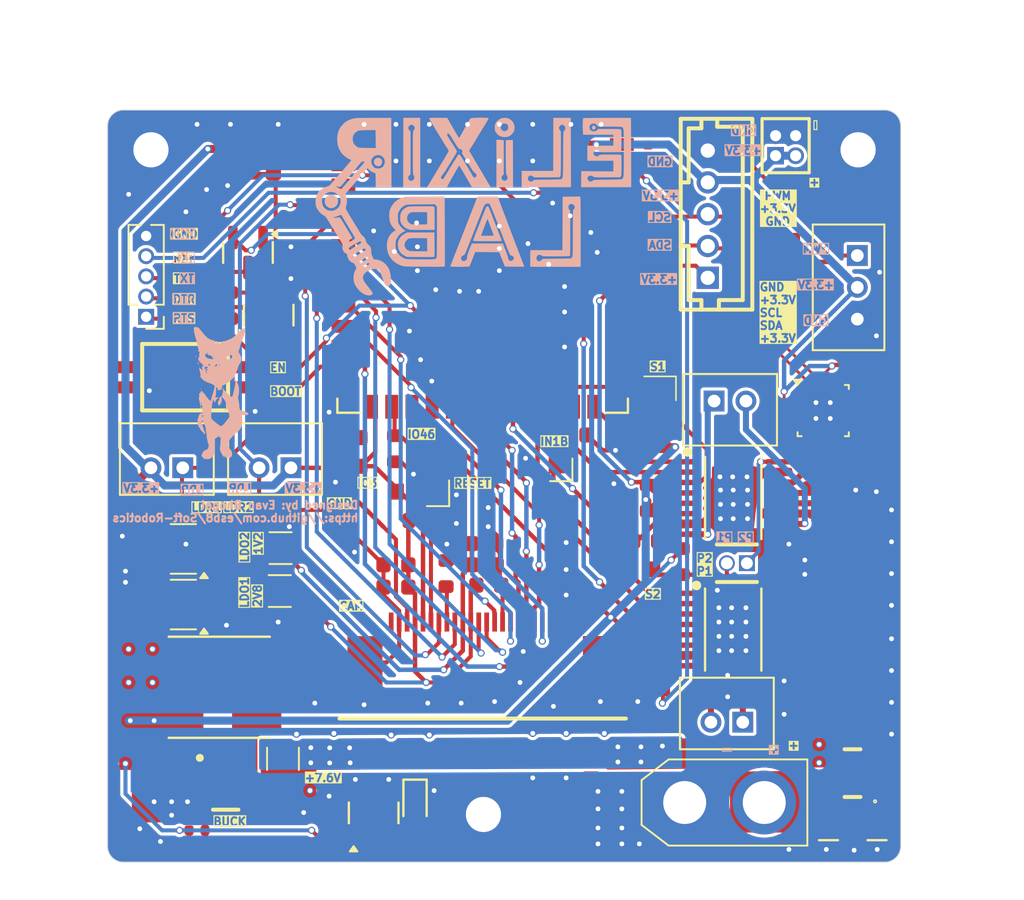
<source format=kicad_pcb>
(kicad_pcb (version 20241229) (generator "pcbnew") (generator_version "9.0")
  (layers (0 "F.Cu" signal) (4 "In1.Cu" signal) (6 "In2.Cu" signal) (2 "B.Cu" signal) (13 "F.Paste" user) (15 "B.Paste" user) (5 "F.SilkS" user "F.Silkscreen") (7 "B.SilkS" user "B.Silkscreen") (1 "F.Mask" user) (3 "B.Mask" user) (25 "Edge.Cuts" user))
  (net 0 "")
  (net 1 "Net-(U3-REGOUT)")
  (net 2 "/PMODE2")
  (net 3 "/PMODE1")
  (net 4 "Net-(Q1-B)")
  (net 5 "Net-(Q2-B)")
  (net 6 "GND")
  (net 7 "+3.3V")
  (net 8 "Net-(U14-FB)")
  (net 9 "Net-(U4-CPH)")
  (net 10 "Net-(U4-CPL)")
  (net 11 "+7.6V")
  (net 12 "Net-(U4-VCP)")
  (net 13 "/EN")
  (net 14 "+2V8")
  (net 15 "+1V2")
  (net 16 "Net-(U14-BS)")
  (net 17 "Net-(U14-LX)")
  (net 18 "/I_SENSE_A")
  (net 19 "/I_SENSE_B")
  (net 20 "Net-(U5-CPL)")
  (net 21 "Net-(U5-CPH)")
  (net 22 "Net-(U5-VCP)")
  (net 23 "Net-(J1-Pin_2)")
  (net 24 "/SCL")
  (net 25 "/SDA")
  (net 26 "/TXD0")
  (net 27 "/RXD0")
  (net 28 "/DTR")
  (net 29 "/RTS")
  (net 30 "/OUT2_A")
  (net 31 "/OUT2_B")
  (net 32 "/OUT1_A")
  (net 33 "/OUT1_B")
  (net 34 "/PWDN")
  (net 35 "/I2C_SCL")
  (net 36 "/RESET")
  (net 37 "/Y9")
  (net 38 "/VSYNC")
  (net 40 "/Y5")
  (net 41 "/Y2")
  (net 42 "/XCLK")
  (net 43 "/PCLK")
  (net 44 "/Y6")
  (net 45 "/Y7")
  (net 48 "/I2C_SDA")
  (net 49 "/Y3")
  (net 50 "/Y4")
  (net 51 "/Y8")
  (net 52 "/HREF")
  (net 53 "/LDR1")
  (net 54 "Net-(U9-IO46)")
  (net 55 "/BOOT")
  (net 56 "/nFAULT_A")
  (net 57 "/nFAULT_B")
  (net 72 "/IN1_A")
  (net 73 "/IN2_A")
  (net 74 "/IN1_B")
  (net 75 "/IN2_B")
  (net 76 "/S_PWM")
  (net 77 "Net-(U4-nSLEEP)")
  (net 78 "Net-(U5-nSLEEP)")
  (net 79 "Net-(D2-Pad2)")
  (net 80 "Net-(Q4-S)")
  (net 81 "Net-(U9-IO1)")
  (net 82 "Net-(U9-IO45)")
  (net 83 "/LDR2")
  (net 86 "unconnected-(U9-IO36-Pad29)")
  (net 88 "/XSHUT")
  (footprint "PCM_JLCPCB:C_0603" (layer "F.Cu") (at 182.23544 145.080457)
    (property "Reference" "C25" (hide yes))
    (property "Value" "2.2uF")
  )
  (footprint "TestPoint:TestPoint_Pad_1.0x1.0mm" (layer "F.Cu") (at 186.5 137.55 -90)
    (property "Reference" "GND" (hide yes))
    (property "Value" "TestPoint_Pad_1.0x1.0mm")
  )
  (footprint "easyeda2kicad:HDR-TH_2P-P1.27-V-M" (layer "F.Cu") (at 197.83 143.7 180)
    (property "Reference" "J5" (hide yes))
    (property "Value" "Conn_01x02_Pin")
  )
  (footprint "PCM_JLCPCB:R_0402" (layer "F.Cu") (at 192.25 116.9 90)
    (property "Reference" "R18" (hide yes))
    (property "Value" "200Ω" (hide yes))
  )
  (footprint "PCM_JLCPCB:R_0603" (layer "F.Cu") (at 179.5525 144.35 90)
    (property "Reference" "R2" (hide yes))
    (property "Value" "10kΩ")
  )
  (footprint "PCM_JLCPCB:R_0603" (layer "F.Cu") (at 200.6 124.8 180)
    (property "Reference" "R23" (hide yes))
    (property "Value" "4.7kΩ")
  )
  (footprint "PCM_JLCPCB:C_0603" (layer "F.Cu") (at 202.8 146.6 -90)
    (property "Reference" "C28" (hide yes))
    (property "Value" "22nF" (hide yes))
  )
  (footprint "PCM_JLCPCB:C_0603" (layer "F.Cu") (at 160.5 156.9 -90)
    (property "Reference" "C33" (hide yes))
    (property "Value" "22uF")
  )
  (footprint "easyeda2kicad:CONN-TH_B5B-PH-K-S-LF-SN" (layer "F.Cu") (at 196 121.75 -90)
    (property "Reference" "J12" (hide yes))
    (property "Value" "B5B-PH-K-S-(LF)(SN)")
  )
  (footprint "PCM_JLCPCB:R_0603" (layer "F.Cu") (at 168.85 140.35)
    (property "Reference" "R10" (hide yes))
    (property "Value" "10kΩ")
  )
  (footprint "TestPoint:TestPoint_Pad_1.0x1.0mm" (layer "F.Cu") (at 173.1 141.45)
    (property "Reference" "REF**" (hide yes))
    (property "Value" "TestPoint_Pad_1.0x1.0mm")
  )
  (footprint "TestPoint:TestPoint_Pad_1.0x1.0mm" (layer "F.Cu") (at 191.516576 135.8)
    (property "Reference" "GND" (hide yes))
    (property "Value" "TestPoint_Pad_1.0x1.0mm")
  )
  (footprint "MountingHole:MountingHole_2.2mm_M2" (layer "F.Cu") (at 205.45 117.7)
    (property "Reference" "REF**" (hide yes))
    (property "Value" "MountingHole_2.2mm_M2")
  )
  (footprint "easyeda2kicad:FPC-SMD_AFC07-S24ECA-00" (layer "F.Cu") (at 181.852262 148.668989)
    (property "Reference" "J8" (hide yes))
    (property "Value" "Conn_01x24_Socket")
  )
  (footprint "PCM_JLCPCB:C_0603" (layer "F.Cu") (at 165.72 155.6)
    (property "Reference" "C21" (hide yes))
    (property "Value" "100nF")
  )
  (footprint "easyeda2kicad:JST_B2B-PH-K-S" (layer "F.Cu") (at 168.8 137.15)
    (property "Reference" "J10" (hide yes))
    (property "Value" "Screw_Terminal_01x02" (hide yes))
  )
  (footprint "PCM_JLCPCB:Q_SOT-23" (layer "F.Cu") (at 175 159.4 90)
    (property "Reference" "Q4" (hide yes))
    (property "Value" "AO3400A")
  )
  (footprint "Connector_AMASS:AMASS_XT30U-F_1x02_P5.0mm_Vertical" (layer "F.Cu") (at 194.55 158.75)
    (property "Reference" "J1" (hide yes))
    (property "Value" "Connector")
  )
  (footprint "PCM_JLCPCB:C_0603" (layer "F.Cu") (at 204.1 148.6 -90)
    (property "Reference" "C29" (hide yes))
    (property "Value" "100nF")
  )
  (footprint "PCM_JLCPCB:R_0603" (layer "F.Cu") (at 194.4 143.6 90)
    (property "Reference" "R17" (hide yes))
    (property "Value" "4.7kΩ")
  )
  (footprint "PCM_JLCPCB:C_0603" (layer "F.Cu") (at 168.4 158.6 90)
    (property "Reference" "C8" (hide yes))
    (property "Value" "10uF")
  )
  (footprint "Package_TO_SOT_SMD:SOT-23-3" (layer "F.Cu") (at 163.0375 142.8 180)
    (property "Reference" "U13" (hide yes))
    (property "Value" "XC6206P122MR")
  )
  (footprint "PCM_JLCPCB:C_0603" (layer "F.Cu") (at 203.8 140 -90)
    (property "Reference" "C9" (hide yes))
    (property "Value" "100nF" (hide yes))
  )
  (footprint "easyeda2kicad:HDR-TH_4P-P1.27-V-M-R2-C2-S1.27_MH127V-12-04-0820" (layer "F.Cu") (at 200.893773 117.442224)
    (property "Reference" "U1" (hide yes))
    (property "Value" "PZ127-2-02-Z")
  )
  (footprint "PCM_JLCPCB:D_0603" (layer "F.Cu") (at 177.6 158.8 -90)
    (property "Reference" "D2" (hide yes))
    (property "Value" "Red")
  )
  (footprint "PCM_JLCPCB:C_0603" (layer "F.Cu") (at 160.3 143 -90)
    (property "Reference" "C20" (hide yes))
    (property "Value" "1uF")
  )
  (footprint "PCM_JLCPCB:C_0603" (layer "F.Cu") (at 163.1 156.9 -90)
    (property "Reference" "C5" (hide yes))
    (property "Value" "22uF")
  )
  (footprint "PCM_JLCPCB:C_1206" (layer "F.Cu") (at 202.1 144 180)
    (property "Reference" "C34" (hide yes))
    (property "Value" "10uF")
  )
  (footprint "PCM_JLCPCB:R_0603" (layer "F.Cu") (at 166 127.5 90)
    (property "Reference" "R8" (hide yes))
    (property "Value" "10kΩ")
  )
  (footprint "PCM_JLCPCB:R_0603" (layer "F.Cu") (at 189 145.7)
    (property "Reference" "R21" (hide yes))
    (property "Value" "10kΩ")
  )
  (footprint "PCM_JLCPCB:C_0603" (layer "F.Cu") (at 203 142.1 180)
    (property "Reference" "C12" (hide yes))
    (property "Value" "100nF" (hide yes))
  )
  (footprint "PCM_JLCPCB:C_0603" (layer "F.Cu") (at 176.4 143.8 180)
    (property "Reference" "C24" (hide yes))
    (property "Value" "2.2uF")
  )
  (footprint "PCM_JLCPCB:Q_SOT-23" (layer "F.Cu") (at 167.1 124.16 -90)
    (property "Reference" "Q2" (hide yes))
    (property "Value" "S8050")
  )
  (footprint "MountingHole:MountingHole_2.2mm_M2" (layer "F.Cu") (at 181.9 159.5)
    (property "Reference" "REF**" (hide yes))
    (property "Value" "MountingHole_2.2mm_M2")
  )
  (footprint "PCM_JLCPCB:C_0603" (layer "F.Cu") (at 192.1 142.3 180)
    (property "Reference" "C22" (hide yes))
    (property "Value" "10nF" (hide yes))
  )
  (footprint "TestPoint:TestPoint_Pad_1.0x1.0mm" (layer "F.Cu") (at 192.514942 144.085058)
    (property "Reference" "REF**" (hide yes))
    (property "Value" "TestPoint_Pad_1.0x1.0mm")
  )
  (footprint "PCM_JLCPCB:C_0603" (layer "F.Cu") (at 166.6 119.1 180)
    (property "Reference" "C13" (hide yes))
    (property "Value" "1uF")
  )
  (footprint "PCM_JLCPCB:R_0402" (layer "F.Cu") (at 163.9 159.6 180)
    (property "Reference" "R6" (hide yes))
    (property "Value" "22kΩ" (hide yes))
  )
  (footprint "TestPoint:TestPoint_Pad_1.0x1.0mm" (layer "F.Cu") (at 169.3 156)
    (property "Reference" "+7.6V")
    (property "Value" "TestPoint_Pad_1.0x1.0mm")
  )
  (footprint "easyeda2kicad:SOT-23_L2.9-W1.3-P1.90-LS2.4-BR" (layer "F.Cu") (at 205.3 156.9)
    (property "Reference" "Q3" (hide yes))
    (property "Value" "AO3401A")
  )
  (footprint "PCM_JLCPCB:R_0603" (layer "F.Cu") (at 178.040182 141.015114)
    (property "Reference" "R1" (hide yes))
    (property "Value" "10kΩ")
  )
  (footprint "TestPoint:TestPoint_Pad_1.0x1.0mm" (layer "F.Cu") (at 178.85 139.2 -90)
    (property "Reference" "REF**" (hide yes))
    (property "Value" "TestPoint_Pad_1.0x1.0mm")
  )
  (footprint "PCM_JLCPCB:C_1206" (layer "F.Cu") (at 203.6 152.6 180)
    (property "Reference" "C35" (hide yes))
    (property "Value" "10uF")
  )
  (footprint "PCM_JLCPCB:R_0603" (layer "F.Cu") (at 173.4 137.6)
    (property "Reference" "R3" (hide yes))
    (property "Value" "4.7kΩ")
  )
  (footprint "PCM_JLCPCB:R_0402" (layer "F.Cu") (at 163.9 161.4)
    (property "Reference" "R5" (hide yes))
    (property "Value" "100kΩ" (hide yes))
  )
  (footprint "PCM_JLCPCB:R_0603" (layer "F.Cu") (at 173.4 135.8)
    (property "Reference" "R24" (hide yes))
    (property "Value" "4.7kΩ")
  )
  (footprint "PCM_JLCPCB:C_0402" (layer "F.Cu") (at 163.9 160.5)
    (property "Reference" "C4" (hide yes))
    (property "Value" "220pF")
  )
  (footprint "TestPoint:TestPoint_Pad_1.0x1.0mm" (layer "F.Cu") (at 176.4 139.2 180)
    (property "Reference" "REF**" (hide yes))
    (property "Value" "TestPoint_Pad_1.0x1.0mm")
  )
  (footprint "PCM_JLCPCB:C_0603" (layer "F.Cu") (at 169.699963 158.6 90)
    (property "Reference" "C32" (hide yes))
    (property "Value" "10uF")
  )
  (footprint "easyeda2kicad:TSOT-23-6_L2.9-W1.6-P0.95-LS2.8-BL" (layer "F.Cu") (at 165.7 157.7 -90)
    (property "Reference" "U14" (hide yes))
    (property "Value" "SY8113IADC")
  )
  (footprint "PCM_JLCPCB:Q_SOT-23" (layer "F.Cu") (at 168.4 128.1 90)
    (property "Reference" "Q1" (hide yes))
    (property "Value" "S8050")
  )
  (footprint "PCM_JLCPCB:R_0603" (layer "F.Cu") (at 162.15 140.4)
    (property "Reference" "R9" (hide yes))
    (property "Value" "10kΩ")
  )
  (footprint "easyeda2kicad:HTSSOP-16_L5.0-W4.4-P0.65-LS6.4-BL-EP" (layer "F.Cu") (at 197.6 139.6 -90)
    (property "Reference" "U4" (hide yes))
    (property "Value" "DRV8874PWPR" (hide yes))
  )
  (footprint "PCM_JLCPCB:C_0603" (layer "F.Cu") (at 203.3 150.7 180)
    (property "Reference" "C30" (hide yes))
    (property "Value" "100nF" (hide yes))
  )
  (footprint "PCM_JLCPCB:C_0603" (layer "F.Cu") (at 161.8 156.9 -90)
    (property "Reference" "C6" (hide yes))
    (property "Value" "22uF")
  )
  (footprint "PCM_JLCPCB:C_0603" (layer "F.Cu") (at 165.8 142.88 -90)
    (property "Reference" "C19" (hide yes))
    (property "Value" "1uF")
  )
  (footprint "TestPoint:TestPoint_Pad_1.0x1.0mm" (layer "F.Cu") (at 169.15 142.75 -90)
    (property "Reference" "+7.6V" (hide yes))
    (property "Value" "TestPoint_Pad_1.0x1.0mm")
  )
  (footprint "PCM_JLCPCB:R_0603" (layer "F.Cu") (at 172.2 160 90)
    (property "Reference" "R22" (hide yes))
    (property "Value" "10kΩ")
  )
  (footprint "PCM_JLCPCB:R_0603" (layer "F.Cu") (at 193.2 135.55 90)
    (property "Reference" "R16" (hide yes))
    (property "Value" "4.7kΩ")
  )
  (footprint "PCM_JLCPCB:R_0603" (layer "F.Cu") (at 176.314294 136.5 90)
    (property "Reference" "R26" (hide yes))
    (property "Value" "10kΩ")
  )
  (footprint "PCM_JLCPCB:R_0603" (layer "F.Cu") (at 190.9 140.3 90)
    (property "Reference" "R15" (hide yes))
    (property "Value" "4.7kΩ" (hide yes))
  )
  (footprint "PCM_JLCPCB:C_0603" (layer "F.Cu") (at 160.3 145.88 90)
    (property "Reference" "C18" (hide yes))
    (property "Value" "1uF")
  )
  (footprint "TestPoint:TestPoint_Pad_1.0x1.0mm" (layer "F.Cu") (at 193 132.95)
    (property "Reference" "REF**" (hide yes))
    (property "Value" "TestPoint_Pad_1.0x1.0mm")
  )
  (footprint "easyeda2kicad:JST_B2B-PH-K-S" (layer "F.Cu") (at 162 137.15)
    (property "Reference" "J9" (hide yes))
    (property "Value" "Screw_Terminal_01x02")
  )
  (footprint "PCM_JLCPCB:C_0603" (layer "F.Cu") (at 181.9525 143.8)
    (property "Reference" "C31" (hide yes))
    (property "Value" "2.2uF")
  )
  (footprint "PCM_JLCPCB:C_0603" (layer "F.Cu") (at 181.923564 142.46437)
    (property "Reference" "C26" (hide yes))
    (property "Value" "2.2uF")
  )
  (footprint "easyeda2kicad:F1206" (layer "F.Cu") (at 205.113409 160.028352)
    (property "Reference" "F1" (hide yes))
    (property "Value" "BHFUSE BSMD1206C-1700T")
  )
  (footprint "Package_TO_SOT_SMD:SOT-23-3" (layer "F.Cu") (at 163.0375 146.3 180)
    (property "Reference" "U12" (hide yes))
    (property "Value" "XC6206P282MR")
  )
  (footprint "PCM_JLCPCB:R_0603" (layer "F.Cu") (at 192.3 150.3 180)
    (property "Reference" "R20" (hide yes))
    (property "Value" "4.7kΩ")
  )
  (footprint "PCM_JLCPCB:C_0603" (layer "F.Cu") (at 202.423259 138.210791 -90)
    (property "Reference" "C7" (hide yes))
    (property "Value" "22nF" (hide yes))
  )
  (footprint "PCM_JLCPCB:C_0603" (layer "F.Cu") (at 165.8 146 -90)
    (property "Reference" "C17" (hide yes))
    (property "Value" "1uF")
  )
  (footprint "PCM_JLCPCB:R_0603" (layer "F.Cu") (at 200.58 123.4 180)
    (property "Reference" "R11" (hide yes))
    (property "Value" "4.7kΩ")
  )
  (footprint "Connector_PinHeader_1.27mm:PinHeader_1x05_P1.27mm_Vertical" (layer "F.Cu") (at 160.7 128.2 180)
    (property "Reference" "J4" (hide yes))
    (property "Value" "Conn_01x05_Pin")
  )
  (footprint "PCM_JLCPCB:C_0603" (layer "F.Cu") (at 206.6 137.4 90)
    (property "Reference" "C3" (hide yes))
    (property "Value" "100nF")
  )
  (footprint "PCM_JLCPCB:R_0603" (layer "F.Cu") (at 189.144466 135.636959)
    (property "Reference" "R25" (hide yes))
    (property "Value" "10kΩ")
  )
  (footprint "PCM_JLCPCB:C_0603" (layer "F.Cu") (at 170 116.8 90)
    (property "Reference" "C10" (hide yes))
    (property "Value" "22uF")
  )
  (footprint "PCM_JLCPCB:R_0603" (layer "F.Cu") (at 192.3 149.1 180)
    (property "Reference" "R19" (hide yes))
    (property "Value" "4.7kΩ")
  )
  (footprint "PCM_JLCPCB:C_0603" (layer "F.Cu") (at 205.3 137.4 90)
    (property "Reference" "C2" (hide yes))
    (property "Value" "10nF")
  )
  (footprint "easyeda2kicad:JST_B3B-PH-K-S" (layer "F.Cu") (at 204.85 126.35 90)
    (property "Reference" "J3" (hide yes))
    (property "Value" "Conn_01x03")
  )
  (footprint "PCM_JLCPCB:R_0603" (layer "F.Cu") (at 189.6 140.3 90)
    (property "Reference" "R14" (hide yes))
    (property "Value" "4.7kΩ" (hide yes))
  )
  (footprint "PCM_JLCPCB:R_0603" (layer "F.Cu") (at 192.2 139.6 90)
    (property "Reference" "R13" (hide yes))
    (property "Value" "10kΩ" (hide yes))
  )
  (footprint "PCM_JLCPCB:C_0603" (layer "F.Cu") (at 176.4 145.2 180)
    (property "Reference" "C23" (hide yes))
    (property "Value" "2.2uF")
  )
  (footprint "PCM_JLCPCB:C_0603" (layer "F.Cu") (at 206.1 134.18 -90)
    (property "Reference" "C1" (hide yes))
    (property "Value" "10nF")
  )
  (footprint "easyeda2kicad:JST_B2B-PH-K-S" (layer "F.Cu") (at 197.4 134.05 180)
    (property "Reference" "J6" (hide yes))
    (property "Value" "Screw_Terminal_01x02")
  )
  (footprint "easyeda2kicad:HTSSOP-16_L5.0-W4.4-P0.65-LS6.4-BL-EP" (layer "F.Cu") (at 197.6 147.8725 -90)
    (property "Reference" "U5" (hide yes))
    (property "Value" "DRV8874PWPR")
  )
  (footprint "easyeda2kicad:IND-SMD_L6.0-W6.0" (layer "F.Cu") (at 165.297513 151.501491)
    (property "Reference" "L1" (hide yes))
    (property "Value" "6.8uH")
  )
  (footprint "TestPoint:TestPoint_Pad_1.0x1.0mm" (layer "F.Cu") (at 178.2 137 -90)
    (property "Reference" "REF**" (hide yes))
    (property "Value" "TestPoint_Pad_1.0x1.0mm")
  )
  (footprint "Package_DFN_QFN:QFN-24-1EP_3x3mm_P0.4mm_EP1.75x1.6mm" (layer "F.Cu") (at 203.255 134.1)
    (property "Reference" "U3" (hide yes))
    (property "Value" "MPU6500")
  )
  (footprint "PCM_JLCPCB:R_0402" (layer "F.Cu") (at 177.707754 160.900288)
    (property "Reference" "R4" (hide yes))
    (property "Value" "200Ω" (hide yes))
  )
  (footprint "PCM_JLCPCB:R_0603" (layer "F.Cu") (at 164.7 126.2 -90)
    (property "Reference" "R7" (hide yes))
    (property "Value" "10kΩ")
  )
  (footprint "esp32:ESP32-S3-WROOM-1_EXP" (layer "F.Cu") (at 181.85 121.36)
    (property "Reference" "U9" (hide yes))
    (property "Value" "ESP32-S3-WROOM-1-N16R8")
  )
  (footprint "easyeda2kicad:JST_B2B-PH-K-S" (layer "F.Cu") (at 197.2 153.15)
    (property "Reference" "J7" (hide yes))
    (property "Value" "Screw_Terminal_01x02")
  )
  (footprint "PCM_JLCPCB:C_0603" (layer "F.Cu") (at 171.3 116.8 90)
    (property "Reference" "C11" (hide yes))
    (property "Value" "100nF")
  )
  (footprint "PCM_JLCPCB:R_0603" (layer "F.Cu") (at 168.7 118.4 -90)
    (property "Reference" "R12" (hide yes))
    (property "Value" "10kΩ")
  )
  (footprint "PCM_JLCPCB:C_0603" (layer "F.Cu") (at 192.4 151.6)
    (property "Reference" "C27" (hide yes))
    (property "Value" "10nF" (hide yes))
  )
  (footprint "TestPoint:TestPoint_Pad_1.0x1.0mm" (layer "F.Cu") (at 169.1 145.45 90)
    (property "Reference" "+7.6V" (hide yes))
    (property "Value" "TestPoint_Pad_1.0x1.0mm")
  )
  (footprint "MountingHole:MountingHole_2.2mm_M2" (layer "F.Cu") (at 161 117.7)
    (property "Reference" "REF**" (hide yes))
    (property "Value" "MountingHole_2.2mm_M2")
  )
  (footprint "easyeda2kicad:SW-SMD_4P_DSHP02TSGET" (layer "F.Cu") (at 163.15 132 90)
    (property "Reference" "SW4" (hide yes))
    (property "Value" "SW_DIP_x02")
  )
  (footprint "LOGO" (layer "B.Cu") (at 165.4 133 180)
    (property "Reference" "G***" (hide yes))
    (property "Value" "LOGO" (hide yes))
  )
  (footprint "LOGO" (layer "B.Cu") (at 181.2 121.2 180)
    (property "Reference" "G***" (hide yes))
    (property "Value" "LOGO" (hide yes))
  )
  (gr_arc (start 207.125 115.2) (mid 207.832107 115.492893) (end 208.125 116.2) (stroke (width 0.05)) (layer "Edge.Cuts"))
  (gr_line (start 207.125 162.5) (end 159.275 162.5) (stroke (width 0.05)) (layer "Edge.Cuts"))
  (gr_arc (start 159.275 162.5) (mid 158.567893 162.207107) (end 158.275 161.5) (stroke (width 0.05)) (layer "Edge.Cuts"))
  (gr_line (start 158.275 161.5) (end 158.275 116.2) (stroke (width 0.05)) (layer "Edge.Cuts"))
  (gr_arc (start 158.275 116.2) (mid 158.567893 115.492893) (end 159.275 115.2) (stroke (width 0.05)) (layer "Edge.Cuts"))
  (gr_line (start 208.125 116.2) (end 208.125 161.5) (stroke (width 0.05)) (layer "Edge.Cuts"))
  (gr_line (start 159.275 115.2) (end 207.125 115.2) (stroke (width 0.05)) (layer "Edge.Cuts"))
  (gr_arc (start 208.125 161.5) (mid 207.832107 162.207107) (end 207.125 162.5) (stroke (width 0.05)) (layer "Edge.Cuts"))
  (gr_text "RTS\n" (at 162.3 128.6 0) (layer "F.SilkS" knockout) (effects (font (size 0.5 0.5) (thickness 0.153) (bold yes)) (justify left bottom)))
  (gr_text "LDO1" (at 166.890378 145.55 90) (layer "F.SilkS" knockout) (effects (font (size 0.5 0.5) (thickness 0.153))))
  (gr_text "-\n" (at 202.8 116.15 270) (layer "F.SilkS" knockout) (effects (font (size 0.5 0.5) (thickness 0.153))))
  (gr_text "LDR2\n\n" (at 165.45 141.3 0) (layer "F.SilkS" knockout) (effects (font (size 0.5 0.5) (thickness 0.153) (bold yes)) (justify left bottom)))
  (gr_text "IO3\n" (at 174.6 138.666114 0) (layer "F.SilkS" knockout) (effects (font (size 0.5 0.5) (thickness 0.125))))
  (gr_text "GND\n+3.3V\nSCL\nSDA\n+3.3V" (at 199.2 127.95 0) (layer "F.SilkS" knockout) (effects (font (size 0.5 0.5) (thickness 0.125)) (justify left)))
  (gr_text "CAM\n" (at 173.6 146.4 0) (layer "F.SilkS" knockout) (effects (font (size 0.5 0.5) (thickness 0.153))))
  (gr_text "IO46\n" (at 178 135.6 0) (layer "F.SilkS" knockout) (effects (font (size 0.5 0.5) (thickness 0.125))))
  (gr_text "RESET" (at 181.2 138.678108 0) (layer "F.SilkS" knockout) (effects (font (size 0.5 0.5) (thickness 0.153))))
  (gr_text "DTR\n" (at 162.3 127.4 0) (layer "F.SilkS" knockout) (effects (font (size 0.5 0.5) (thickness 0.153) (bold yes)) (justify left bottom)))
  (gr_text "PWM\n+3.3V\nGND" (at 200.4 121.4 0) (layer "F.SilkS" knockout) (effects (font (size 0.5 0.5) (thickness 0.153))))
  (gr_text "BOOT\n\n" (at 168.4 134 0) (layer "F.SilkS" knockout) (effects (font (size 0.5 0.5) (thickness 0.153) (bold yes)) (justify left bottom)))
  (gr_text "IN1B" (at 186.35 136.05 0) (layer "F.SilkS" knockout) (effects (font (size 0.5 0.5) (thickness 0.125))))
  (gr_text "2V8" (at 167.7 145.75 90) (layer "F.SilkS" knockout) (effects (font (size 0.5 0.5) (thickness 0.153))))
  (gr_text "+\n" (at 202.7 119.8 180) (layer "F.SilkS" knockout) (effects (font (size 0.5 0.5) (thickness 0.153))))
  (gr_text "P2\nP1\n" (at 195.8 143.8 0) (layer "F.SilkS" knockout) (effects (font (size 0.5 0.5) (thickness 0.153))))
  (gr_text "TX\n" (at 162.35 126.1 0) (layer "F.SilkS" knockout) (effects (font (size 0.5 0.5) (thickness 0.153) (bold yes)) (justify left bottom)))
  (gr_text "1V2" (at 167.75 142.45 90) (layer "F.SilkS" knockout) (effects (font (size 0.5 0.5) (thickness 0.153))))
  (gr_text "S2\n" (at 192.55 145.65 0) (layer "F.SilkS" knockout) (effects (font (size 0.5 0.5) (thickness 0.153))))
  (gr_text "RX\n" (at 162.3 124.8 0) (layer "F.SilkS" knockout) (effects (font (size 0.5 0.5) (thickness 0.153) (bold yes)) (justify left bottom)))
  (gr_text "S1\n" (at 192.85 131.35 0) (layer "F.SilkS" knockout) (effects (font (size 0.5 0.5) (thickness 0.153))))
  (gr_text "GND\n" (at 162.3 123.3 0) (layer "F.SilkS" knockout) (effects (font (size 0.5 0.5) (thickness 0.153) (bold yes)) (justify left bottom)))
  (gr_text "EN\n" (at 168.4 131.7 0) (layer "F.SilkS" knockout) (effects (font (size 0.5 0.5) (thickness 0.153) (bold yes)) (justify left bottom)))
  (gr_text "BUCK" (at 165.95 159.95 0) (layer "F.SilkS" knockout) (effects (font (size 0.5 0.5) (thickness 0.153))))
  (gr_text "LDR1\n" (at 163.45 140.5 0) (layer "F.SilkS" knockout) (effects (font (size 0.5 0.5) (thickness 0.153) (bold yes)) (justify left bottom)))
  (gr_text "GND\n" (at 172.85 139.95 0) (layer "F.SilkS" knockout) (effects (font (size 0.5 0.5) (thickness 0.153))))
  (gr_text "Designed by: Evan Bhogal\nhttps://github.com/esb8/Soft-Robotics" (at 174.1 140.45 0) (layer "B.SilkS") (effects (font (size 0.5 0.5) (thickness 0.153)) (justify left mirror)))
  (gr_text "+3.3V" (at 202.8 126.2 0) (layer "B.SilkS" knockout) (effects (font (size 0.5 0.5) (thickness 0.153)) (justify mirror)))
  (gr_text "RTS\n" (at 163.84881 128.6 -0) (layer "B.SilkS" knockout) (effects (font (size 0.5 0.5) (thickness 0.153) (bold yes)) (justify left bottom mirror)))
  (gr_text "P1\n\n" (at 197.05 142.5 0) (layer "B.SilkS" knockout) (effects (font (size 0.5 0.5) (thickness 0.153)) (justify mirror)))
  (gr_text "GND\n" (at 163.84881 123.3 -0) (layer "B.SilkS" knockout) (effects (font (size 0.5 0.5) (thickness 0.153) (bold yes)) (justify left bottom mirror)))
  (gr_text "+3.3V\n\n" (at 170.6 139.4 -0) (layer "B.SilkS" knockout) (effects (font (size 0.5 0.5) (thickness 0.153)) (justify mirror)))
  (gr_text "+3.3V\n\n" (at 160.4 139.4 -0) (layer "B.SilkS" knockout) (effects (font (size 0.5 0.5) (thickness 0.153)) (justify mirror)))
  (gr_text "+3.3V" (at 192.95 125.85 0) (layer "B.SilkS" knockout) (effects (font (size 0.5 0.5) (thickness 0.125)) (justify mirror)))
  (gr_text "-" (at 197.2 155.4 -0) (layer "B.SilkS" knockout) (effects (font (size 0.5 0.5) (thickness 0.153)) (justify mirror)))
  (gr_text "P2\n" (at 198.4 142.1 0) (layer "B.SilkS" knockout) (effects (font (size 0.5 0.5) (thickness 0.153)) (justify mirror)))
  (gr_text "LDR" (at 163.6 139.1 0) (layer "B.SilkS" knockout) (effects (font (size 0.5 0.5) (thickness 0.153)) (justify mirror)))
  (gr_text "SCL" (at 193 121.95 0) (layer "B.SilkS" knockout) (effects (font (size 0.5 0.5) (thickness 0.153)) (justify mirror)))
  (gr_text "+" (at 200.15 155.4 -0) (layer "B.SilkS" knockout) (effects (font (size 0.5 0.5) (thickness 0.153)) (justify mirror)))
  (gr_text "GND" (at 202.8 128.45 0) (layer "B.SilkS" knockout) (effects (font (size 0.5 0.5) (thickness 0.153)) (justify mirror)))
  (gr_text "LDR" (at 166.6 139 0) (layer "B.SilkS" knockout) (effects (font (size 0.5 0.5) (thickness 0.153)) (justify mirror)))
  (gr_text "SDA" (at 193 123.7 0) (layer "B.SilkS" knockout) (effects (font (size 0.5 0.5) (thickness 0.153)) (justify mirror)))
  (gr_text "TX\n" (at 163.79881 126.1 -0) (layer "B.SilkS" knockout) (effects (font (size 0.5 0.5) (thickness 0.153) (bold yes)) (justify left bottom mirror)))
  (gr_text "PWM" (at 202.8 123.95 0) (layer "B.SilkS" knockout) (effects (font (size 0.5 0.5) (thickness 0.153)) (justify mirror)))
  (gr_text "+3.3V\n" (at 198.25 117.75 0) (layer "B.SilkS" knockout) (effects (font (size 0.5 0.5) (thickness 0.153)) (justify mirror)))
  (gr_text "RX\n" (at 163.84881 124.8 -0) (layer "B.SilkS" knockout) (effects (font (size 0.5 0.5) (thickness 0.153) (bold yes)) (justify left bottom mirror)))
  (gr_text "+3.3V" (at 193.05 120.6 0) (layer "B.SilkS" knockout) (effects (font (size 0.5 0.5) (thickness 0.153)) (justify mirror)))
  (gr_text "GND\n" (at 193 118.45 -0) (layer "B.SilkS" knockout) (effects (font (size 0.5 0.5) (thickness 0.153)) (justify mirror)))
  (gr_text "DTR\n" (at 163.84881 127.4 -0) (layer "B.SilkS" knockout) (effects (font (size 0.5 0.5) (thickness 0.153) (bold yes)) (justify left bottom mirror)))
  (gr_text "GND\n" (at 198.25 116.5 -0) (layer "B.SilkS" knockout) (effects (font (size 0.5 0.5) (thickness 0.153)) (justify mirror)))
  (segment (start 203.455 136.095) (end 203.98 136.62) (width 0.18) (layer "F.Cu") (net 1))
  (segment (start 204.8 136.62) (end 205.1 136.92) (width 0.18) (layer "F.Cu") (net 1))
  (segment (start 203.98 136.62) (end 204.8 136.62) (width 0.18) (layer "F.Cu") (net 1))
  (segment (start 203.455 135.645) (end 203.455 136.095) (width 0.18) (layer "F.Cu") (net 1))
  (segment (start 198.4135 145.5925) (end 197.2 144.379) (width 0.254) (layer "F.Cu") (net 2))
  (segment (start 197.2 144.379) (end 197.2 143.7) (width 0.254) (layer "F.Cu") (net 2))
  (segment (start 200.47 145.5925) (end 198.4135 145.5925) (width 0.254) (layer "F.Cu") (net 2))
  (segment (start 199.32 137.32) (end 200.47 137.32) (width 0.254) (layer "F.Cu") (net 3))
  (via (at 199.32 137.32) (size 0.45) (drill 0.3) (layers "F.Cu" "B.Cu") (net 3))
  (segment (start 199.32 137.32) (end 199.2 137.44) (width 0.254) (layer "B.Cu") (net 3))
  (segment (start 199.2 137.44) (end 199.2 142.96) (width 0.254) (layer "B.Cu") (net 3))
  (segment (start 199.2 142.96) (end 198.46 143.7) (width 0.254) (layer "B.Cu") (net 3))
  (segment (start 167.45 128.300001) (end 167.45 129.04) (width 0.254) (layer "F.Cu") (net 4))
  (segment (start 164.7 127.02) (end 165.272 127.592) (width 0.254) (layer "F.Cu") (net 4))
  (segment (start 165.272 127.592) (end 166.741999 127.592) (width 0.254) (layer "F.Cu") (net 4))
  (segment (start 166.741999 127.592) (end 167.45 128.300001) (width 0.254) (layer "F.Cu") (net 4))
  (segment (start 168.15 125.65) (end 168.15 123.06) (width 0.254) (layer "F.Cu") (net 5))
  (segment (start 166 126.68) (end 167.12 126.68) (width 0.254) (layer "F.Cu") (net 5))
  (segment (start 167.12 126.68) (end 168.15 125.65) (width 0.254) (layer "F.Cu") (net 5))
  (segment (start 189.6 139.48) (end 190.9 139.48) (width 0.2794) (layer "F.Cu") (net 6))
  (segment (start 175.806262 149.938989) (end 176.602262 149.142989) (width 0.254) (layer "F.Cu") (net 6))
  (segment (start 173.22 141.4) (end 173.4 141.58) (width 0.254) (layer "F.Cu") (net 6))
  (segment (start 169.699963 159.38) (end 168.4 159.38) (width 0.381) (layer "F.Cu") (net 6))
  (segment (start 173.1 116.1) (end 171.38 116.1) (width 0.3048) (layer "F.Cu") (net 6))
  (segment (start 206.6 139.2) (end 206.6 138.18) (width 0.2) (layer "F.Cu") (net 6))
  (segment (start 164.175 143.55) (end 164.175 143.475) (width 0.2794) (layer "F.Cu") (net 6))
  (segment (start 165.33 147.25) (end 165.8 146.78) (width 0.254) (layer "F.Cu") (net 6))
  (segment (start 182.7325 141.9325) (end 182.7325 142.699976) (width 0.254) (layer "F.Cu") (net 6))
  (segment (start 176.6 146.68423) (end 175.62 145.70423) (width 0.254) (layer "F.Cu") (net 6))
  (segment (start 191.6 151.7) (end 191.48 151.58) (width 0.2794) (layer "F.Cu") (net 6))
  (segment (start 205.8 133.1) (end 206.1 133.4) (width 0.18) (layer "F.Cu") (net 6))
  (segment (start 171.38 116.1) (end 171.3 116.02) (width 0.3048) (layer "F.Cu") (net 6))
  (segment (start 164.285 143.66) (end 164.175 143.55) (width 0.2794) (layer "F.Cu") (net 6))
  (segment (start 160.3 145.1) (end 160.3 143.78) (width 0.508) (layer "F.Cu") (net 6))
  (segment (start 182.9325 143.05) (end 182.7325 142.85) (width 0.254) (layer "F.Cu") (net 6))
  (segment (start 164.175 147.25) (end 165.33 147.25) (width 0.254) (layer "F.Cu") (net 6))
  (segment (start 165.8 143.66) (end 164.285 143.66) (width 0.2794) (layer "F.Cu") (net 6))
  (segment (start 172.2 158.35) (end 172.2 159.18) (width 0.254) (layer "F.Cu") (net 6))
  (segment (start 183.1 145.6175) (end 182.9325 145.45) (width 0.254) (layer "F.Cu") (net 6))
  (segment (start 203.855 132.555) (end 204.255 132.555) (width 0.18) (layer "F.Cu") (net 6))
  (segment (start 172.05 140.35) (end 173 141.3) (width 0.254) (layer "F.Cu") (net 6))
  (segment (start 173.1 116.1) (end 174.2 116.1) (width 0.3048) (layer "F.Cu") (net 6))
  (segment (start 176.602262 149.142989) (end 176.602262 147.398989) (width 0.254) (layer "F.Cu") (net 6))
  (segment (start 169.7 140.38) (end 169.67 140.35) (width 0.254) (layer "F.Cu") (net 6))
  (segment (start 159.82 143.78) (end 159.4 144.2) (width 0.2794) (layer "F.Cu") (net 6))
  (segment (start 204.8 133.1) (end 205.8 133.1) (width 0.18) (layer "F.Cu") (net 6))
  (segment (start 194.73 141.23) (end 193.75 141.23) (width 0.2794) (layer "F.Cu") (net 6))
  (segment (start 165.8 147.55) (end 165.75 147.6) (width 0.254) (layer "F.Cu") (net 6))
  (segment (start 178.19 158.01) (end 177.6 158.01) (width 0.254) (layer "F.Cu") (net 6))
  (segment (start 191.48 151.58) (end 191.48 149.1) (width 0.2794) (layer "F.Cu") (net 6))
  (segment (start 175.62 145.70423) (end 175.62 143.8) (width 0.254) (layer "F.Cu") (net 6))
  (segment (start 182.9325 145.45) (end 182.9325 143.05) (width 0.254) (layer "F.Cu") (net 6))
  (segment (start 189.6 139.48) (end 189.6 139.2) (width 0.2794) (layer "F.Cu") (net 6))
  (segment (start 189.38 136.6) (end 190.2 136.6) (width 0.2794) (layer "F.Cu") (net 6))
  (segment (start 177.5 138.1) (end 176.7 137.3) (width 0.254) (layer "F.Cu") (net 6))
  (segment (start 169.08 116.02) (end 169 116.1) (width 0.3048) (layer "F.Cu") (net 6))
  (segment (start 161.477082 140.387113) (end 161.477082 140.777082) (width 0.254) (layer "F.Cu") (net 6))
  (segment (start 179.5525 142.5475) (end 179.6 142.5) (width 0.254) (layer "F.Cu") (net 6))
  (segment (start 178.2 158) (end 178.19 158.01) (width 0.254) (layer "F.Cu") (net 6))
  (segment (start 160.3 145.1) (end 159.6 145.1) (width 0.2794) (layer "F.Cu") (net 6))
  (segment (start 176.7 137.3) (end 176.5 137.3) (width 0.254) (layer "F.Cu") (net 6))
  (segment (start 161.477082 140.777082) (end 163.2 142.5) (width 0.254) (layer "F.Cu") (net 6))
  (segment (start 174.4 152.6) (end 174.4 149.991251) (width 0.254) (layer "F.Cu") (net 6))
  (segment (start 173.4 141.58) (end 175.62 143.8) (width 0.254) (layer "F.Cu") (net 6))
  (segment (start 203.7 133.6) (end 203.856 133.444) (width 0.18) (layer "F.Cu") (net 6))
  (segment (start 178.8 158) (end 178.2 158) (width 0.254) (layer "F.Cu") (net 6))
  (segment (start 160.84 132.79) (end 160.9 132.85) (width 0.254) (layer "F.Cu") (net 6))
  (segment (start 204.8 133.1) (end 204.255 132.555) (width 0.18) (layer "F.Cu") (net 6))
  (segment (start 182.2 141.4) (end 182.7325 141.9325) (width 0.254) (layer "F.Cu") (net 6))
  (segment (start 174.4 149.991251) (end 174.452262 149.938989) (width 0.254) (layer "F.Cu") (net 6))
  (segment (start 164.05 143.55) (end 163.82 143.78) (width 0.2794) (layer "F.Cu") (net 6))
  (segment (start 205.3 138.14) (end 205.3 139.06) (width 0.254) (layer "F.Cu") (net 6))
  (segment (start 160.3 143.78) (end 159.82 143.78) (width 0.2794) (layer "F.Cu") (net 6))
  (segment (start 190.6 116.1) (end 189.3 116.1) (width 0.3048) (layer "F.Cu") (net 6))
  (segment (start 171.3 116.02) (end 170 116.02) (width 0.3048) (layer "F.Cu") (net 6))
  (segment (start 159.6 145.1) (end 159.4 144.9) (width 0.2794) (layer "F.Cu") (net 6))
  (segment (start 191.6 152.4) (end 191.6 151.7) (width 0.2794) (layer "F.Cu") (net 6))
  (segment (start 174.452262 149.938989) (end 175.806262 149.938989) (width 0.254) (layer "F.Cu") (net 6))
  (segment (start 159.34 132.79) (end 160.84 132.79) (width 0.254) (layer "F.Cu") (net 6))
  (segment (start 165.8 146.78) (end 165.8 147.55) (width 0.254) (layer "F.Cu") (net 6))
  (segment (start 183.1 147.6) (end 183.1 145.6175) (width 0.254) (layer "F.Cu") (net 6))
  (segment (start 193.75 141.23) (end 192.68 142.3) (width 0.2794) (layer "F.Cu") (net 6))
  (segment (start 179.5525 143.53) (end 179.5525 142.5475) (width 0.254) (layer "F.Cu") (net 6))
  (segment (start 159.34 132.79) (end 159.34 131.52) (width 0.254) (layer "F.Cu") (net 6))
  (segment (start 176.6 147.6) (end 176.6 146.68423) (width 0.254) (layer "F.Cu") (net 6))
  (segment (start 188.38 135.6) (end 189.38 136.6) (width 0.2794) (layer "F.Cu") (net 6))
  (segment (start 176.5 137.3) (end 176.316465 137.116465) (width 0.254) (layer "F.Cu") (net 6))
  (segment (start 165.82 119.95) (end 165.82 119.15) (width 0.254) (layer "F.Cu") (net 6))
  (segment (start 176.316465 137.116465) (end 176.314294 137.116465) (width 0.254) (layer "F.Cu") (net 6))
  (segment (start 170.6 159.38) (end 169.699963 159.38) (width 0.381) (layer "F.Cu") (net 6))
  (segment (start 164.175 143.55) (end 164.05 143.55) (width 0.2794) (layer "F.Cu") (net 6))
  (segment (start 182.7325 142.85) (end 182.7325 142.699976) (width 0.254) (layer "F.Cu") (net 6))
  (segment (start 169.67 140.35) (end 172.05 140.35) (width 0.254) (layer "F.Cu") (net 6))
  (segment (start 189.6 139.2) (end 190.1 138.7) (width 0.2794) (layer "F.Cu") (net 6))
  (segment (start 189.252262 152.4) (end 189.252262 149.928989) (width 0.254) (layer "F.Cu") (net 6))
  (segment (start 203.856 133.444) (end 203.856 132.555) (width 0.18) (layer "F.Cu") (net 6))
  (segment (start 169.7 141.4) (end 169.7 140.38) (width 0.254) (layer "F.Cu") (net 6))
  (segment (start 170 116.02) (end 169.08 116.02) (width 0.3048) (layer "F.Cu") (net 6))
  (segment (start 164.175 143.475) (end 163.2 142.5) (width 0.2794) (layer "F.Cu") (net 6))
  (via (at 197.25 150.75) (size 0.45) (drill 0.3) (layers "F.Cu" "B.Cu") (net 6))
  (via (at 197.565809 138.267095) (size 0.45) (drill 0.3) (layers "F.Cu" "B.Cu") (net 6))
  (via (at 197.6 140) (size 0.45) (drill 0.3) (layers "F.Cu" "B.Cu") (net 6))
  (via (at 180.5 152.5) (size 0.45) (drill 0.3) (layers "F.Cu" "B.Cu") (net 6))
  (via (at 207.55 150.45) (size 0.45) (drill 0.3) (layers "F.Cu" "B.Cu") (net 6))
  (via (at 177.7 122.3) (size 0.45) (drill 0.3) (layers "F.Cu" "B.Cu") (net 6))
  (via (at 182.6 152.4) (size 0.45) (drill 0.3) (layers "F.Cu" "B.Cu") (net 6))
  (via (at 180.2 141.2) (size 0.45) (drill 0.3) (layers "F.Cu" "B.Cu") (net 6))
  (via (at 176.4 116.1) (size 0.45) (drill 0.3) (layers "F.Cu" "B.Cu") (net 6))
  (via (at 197.5 148.3) (size 0.45) (drill 0.3) (layers "F.Cu" "B.Cu") (net 6))
  (via (at 163.3 158.7) (size 0.45) (drill 0.3) (layers "F.Cu" "B.Cu") (net 6))
  (via (at 207.55 148.45) (size 0.45) (drill 0.3) (layers "F.Cu" "B.Cu") (net 6))
  (via (at 189.1 161.35) (size 0.45) (drill 0.3) (layers "F.Cu" "B.Cu") (net 6))
  (via (at 180.2 139.4) (size 0.45) (drill 0.3) (layers "F.Cu" "B.Cu") (net 6))
  (via (at 175 122.8) (size 0.45) (drill 0.3) (layers "F.Cu" "B.Cu") (net 6))
  (via (at 179.6 142.5) (size 0.45) (drill 0.3) (layers "F.Cu" "B.Cu") (net 6))
  (via (at 196.7 149.2) (size 0.45) (drill 0.3) (layers "F.Cu" "B.Cu") (net 6))
  (via (at 203.7 134.6) (size 0.45) (drill 0.3) (layers "F.Cu" "B.Cu") (net 6))
  (via (at 207.55 142.35) (size 0.45) (drill 0.3) (layers "F.Cu" "B.Cu") (net 6))
  (via (at 197.6 139.1) (size 0.45) (drill 0.3) (layers "F.Cu" "B.Cu") (net 6))
  (via (at 202.8 133.6) (size 0.45) (drill 0.3) (layers "F.Cu" "B.Cu") (net 6))
  (via (at 189.1 160.35) (size 0.45) (drill 0.3) (layers "F.Cu" "B.Cu") (net 6))
  (via (at 177.75 123.8) (size 0.45) (drill 0.3) (layers "F.Cu" "B.Cu") (net 6))
  (via (at 160.3 160.4) (size 0.45) (drill 0.3) (layers "F.Cu" "B.Cu") (net 6))
  (via (at 172.6 138.6) (size 0.45) (drill 0.3) (layers "F.Cu" "B.Cu") (net 6))
  (via (at 163.9 116.1) (size 0.45) (drill 0.3) (layers "F.Cu" "B.Cu") (net 6))
  (via (at 206.6 139.2) (size 0.45) (drill 0.3) (layers "F.Cu" "B.Cu") (net 6))
  (via (at 159.2 142) (size 0.45) (drill 0.3) (layers "F.Cu" "B.Cu") (net 6))
  (via (at 162.3 158.7) (size 0.45) (drill 0.3) (layers "F.Cu" "B.Cu") (net 6))
  (via (at 161.6 161.2) (size 0.45) (drill 0.3) (layers "F.Cu" "B.Cu") (net 6))
  (via (at 177.75 125.3) (size 0.45) (drill 0.3) (layers "F.Cu" "B.Cu") (net 6))
  (via (at 170.15 154.45) (size 0.45) (drill 0.3) (layers "F.Cu" "B.Cu") (net 6))
  (via (at 187 127.9) (size 0.45) (drill 0.3) (layers "F.Cu" "B.Cu") (net 6))
  (via (at 182.9 125.3) (size 0.45) (drill 0.3) (layers "F.Cu" "B.Cu") (net 6))
  (via (at 187.35 121.85) (size 0.45) (drill 0.3) (layers "F.Cu" "B.Cu") (net 6))
  (via (at 196.7 148.3) (size 0.45) (drill 0.3) (layers "F.Cu" "B.Cu") (net 6))
  (via (at 191.6 152.4) (size 0.45) (drill 0.3) (layers "F.Cu" "B.Cu") (net 6))
  (via (at 174.4 116.1) (size 0.45) (drill 0.3) (layers "F.Cu" "B.Cu") (net 6))
  (via (at 202.1 144.4) (size 0.45) (drill 0.3) (layers "F.Cu" "B.Cu") (net 6))
  (via (at 202.8 134.6) (size 0.45) (drill 0.3) (layers "F.Cu" "B.Cu") (net 6))
  (via (at 190.6 160.35) (size 0.45) (drill 0.3) (layers "F.Cu" "B.Cu") (net 6))
  (via (at 201.1 142.5) (size 0.45) (drill 0.3) (layers "F.Cu" "B.Cu") (net 6))
  (via (at 159.4 144.9) (size 0.45) (drill 0.3) (layers "F.Cu" "B.Cu") (net 6))
  (via (at 203.7 133.6) (size 0.45) (drill 0.3) (layers "F.Cu" "B.Cu") (net 6))
  (via (at 206.6 129.4) (size 0.45) (drill 0.3) (layers "F.Cu" "B.Cu") (net 6))
  (via (at 198.5 140.9) (size 0.45) (drill 0.3) (layers "F.Cu" "B.Cu") (net 6))
  (via (at 198.4 149.2) (size 0.45) (drill 0.3) (layers "F.Cu" "B.Cu") (net 6))
  (via (at 172.2 134.2) (size 0.45) (drill 0.3) (layers "F.Cu" "B.Cu") (net 6))
  (via (at 189.05 124.15) (size 0.45) (drill 0.3) (layers "F.Cu" "B.Cu") (net 6))
  (via (at 185 154.4) (size 0.45) (drill 0.3) (layers "F.Cu" "B.Cu") (net 6))
  (via (at 180.9 118.4) (size 0.45) (drill 0.3) (layers "F.Cu" "B.Cu") (net 6))
  (via (at 207.55 154.45) (size 0.45) (drill 0.3) (layers "F.Cu" "B.Cu") (net 6))
  (via (at 200.8 153.2) (size 0.45) (drill 0.3) (layers "F.Cu" "B.Cu") (net 6))
  (via (at 165.75 147.6) (size 0.45) (drill 0.3) (layers "F.Cu" "B.Cu") (net 6))
  (via (at 178.4 152.5) (size 0.45) (drill 0.3) (layers "F.Cu" "B.Cu") (net 6))
  (via (at 205.3 139.1) (size 0.45) (drill 0.3) (layers "F.Cu" "B.Cu") (net 6))
  (via (at 198.4 146.5) (size 0.45) (drill 0.3) (layers "F.Cu" "B.Cu") (net 6))
  (via (at 180.9 116.1) (size 0.45) (drill 0.3) (layers "F.Cu" "B.Cu") (net 6))
  (via (at 184.55 137.1) (size 0.45) (drill 0.3) (layers "F.Cu" "B.Cu") (net 6))
  (via (at 198.465809 138.267095) (size 0.45) (drill 0.3) (layers "F.Cu" "B.Cu") (net 6))
  (via (at 197.25 152.1) (size 0.45) (drill 0.3) (layers "F.Cu" "B.Cu") (net 6))
  (via (at 205.2 161.75) (size 0.45) (drill 0.3) (layers "F.Cu" "B.Cu") (net 6))
  (via (at 198.4 147.4) (size 0.45) (drill 0.3) (layers "F.Cu" "B.Cu") (net 6))
  (via (at 196.8 140) (size 0.45) (drill 0.3) (layers "F.Cu" "B.Cu") (net 6))
  (via (at 196.7 147.4) (size 0.45) (drill 0.3) (layers "F.Cu" "B.Cu") (net 6))
  (via (at 196.8 139.1) (size 0.45) (drill 0.3) (layers "F.Cu" "B.Cu") (net 6))
  (via (at 206.8 125.4) (size 0.45) (drill 0.3) (layers "F.Cu" "B.Cu") (net 6))
  (via (at 163.2 142.5) (size 0.45) (drill 0.3) (layers "F.Cu" "B.Cu") (net 6))
  (via (at 202.1 143.5) (size 0.45) (drill 0.3) (layers "F.Cu" "B.Cu") (net 6))
  (via (at 176.4 118.4) (size 0.45) (drill 0.3) (layers "F.Cu" "B.Cu") (net 6))
  (via (at 178.8 158) (size 0.45) (drill 0.3) (layers "F.Cu" "B.Cu") (net 6))
  (via (at 177.95 130.9) (size 0.45) (drill 0.3) (layers "F.Cu" "B.Cu") (net 6))
  (via (at 207.55 140.35) (size 0.45) (drill 0.3) (layers "F.Cu" "B.Cu") (net 6))
  (via (at 182.9 118.4) (size 0.45) (drill 0.3) (layers "F.Cu" "B.Cu") (net 6))
  (via (at 169 147.4) (size 0.45) (drill 0.3) (layers "F.Cu" "B.Cu") (net 6))
  (via (at 185 116.1) (size 0.45) (drill 0.3) (layers "F.Cu" "B.Cu") (net 6))
  (via (at 176.1 154.5) (size 0.45) (drill 0.3) (layers "F.Cu" "B.Cu") (net 6))
  (via (at 180.4 126.6) (size 0.45) (drill 0.3) (layers "F.Cu" "B.Cu") (net 6))
  (via (at 187.1 157.2) (size 0.45) (drill 0.3) (layers "F.Cu" "B.Cu") (net 6))
  (via (at 178.9 126.5) (size 0.45) (drill 0.3) (layers "F.Cu" "B.Cu") (net 6))
  (via (at 184.4 149.25) (size 0.45) (drill 0.3) (layers "F.Cu" "B.Cu") (net 6))
  (via (at 196.765809 138.267095) (size 0.45) (drill 0.3) (layers "F.Cu" "B.Cu") (net 6))
  (via (at 166 116.1) (size 0.45) (drill 0.3) (layers "F.Cu" "B.Cu") (net 6))
  (via (at 182.9 122.5) (size 0.45) (drill 0.3) (layers "F.Cu" "B.Cu") (net 6))
  (via (at 186.25 121.05) (size 0.45) (drill 0.3) (layers "F.Cu" "B.Cu") (net 6))
  (via (at 190.6 159.15) (size 0.45) (drill 0.3) (layers "F.Cu" "B.Cu") (net 6))
  (via (at 190.1 138.7) (size 0.45) (drill 0.3) (layers "F.Cu" "B.Cu") (net 6))
  (via (at 182.2 140.2) (size 0.45) (drill 0.3) (layers "F.Cu" "B.Cu") (net 6))
  (via (at 181.6 126.6) (size 0.45) (drill 0.3) (layers "F.Cu" "B.Cu") (net 6))
  (via (at 206.65 161.7) (size 0.45) (drill 0.3) (layers "F.Cu" "B.Cu") (net 6))
  (via (at 190.2 136.6) (size 0.45) (drill 0.3) (layers "F.Cu" "B.Cu") (net 6))
  (via (at 190.6 158.05) (size 0.45) (drill 0.3) (layers "F.Cu" "B.Cu") (net 6))
  (via (at 196.7 146.5) (size 0.45) (drill 0.3) (layers "F.Cu" "B.Cu") (net 6))
  (via (at 177.25 129.1) (size 0.45) (drill 0.3) (layers "F.Cu" "B.Cu") (net 6))
  (via (at 207.55 146.35) (size 0.45) (drill 0.3) (layers "F.Cu" "B.Cu") (net 6))
  (via (at 198.5 139.1) (size 0.45) (drill 0.3) (layers "F.Cu" "B.Cu") (net 6))
  (via (at 196.6 145.4) (size 0.45) (drill 0.3) (layers "F.Cu" "B.Cu") (net 6))
  (via (at 198.4 148.3) (size 0.45) (drill 0.3) (layers "F.Cu" "B.Cu") (net 6))
  (via (at 186.3 152.7) (size 0.45) (drill 0.3) (layers "F.Cu" "B.Cu") (net 6))
  (via (at 182.9 116.1) (size 0.45) (drill 0.3) (layers "F.Cu" "B.Cu") (net 6))
  (via (at 197.6 140.9) (size 0.45) (drill 0.3) (layers "F.Cu" "B.Cu") (net 6))
  (via (at 187.1 145.7) (size 0.45) (drill 0.3) (layers "F.Cu" "B.Cu") (net 6))
  (via (at 173.8 143) (size 0.45) (drill 0.3) (layers "F.Cu" "B.Cu") (net 6))
  (via (at 186 124.9) (size 0.45) (drill 0.3) (layers "F.Cu" "B.Cu") (net 6))
  (via (at 178.5 118.4) (size 0.45) (drill 0.3) (layers "F.Cu" "B.Cu") (net 6))
  (via (at 187 126.3) (size 0.45) (drill 0.3) (layers "F.Cu" "B.Cu") (net 6))
  (via (at 189.5 154.4) (size 0.45) (drill 0.3) (layers "F.Cu" "B.Cu") (net 6))
  (via (at 177.5 138.1) (size 0.45) (drill 0.3) (layers "F.Cu" "B.Cu") (net 6))
  (via (at 184.2 151.2) (size 0.45) (drill 0.3) (layers "F.Cu" "B.Cu") (net 6))
  (via (at 165.82 119.95) (size 0.45) (drill 0.3) (layers "F.Cu" "B.Cu") (net 6))
  (via (at 187.1 154.4) (size 0.45) (drill 0.3) (layers "F.Cu" "B.Cu") (net 6))
  (via (at 172.5 154.4) (size 0.45) (drill 0.3) (layers "F.Cu" "B.Cu") (net 6))
  (via (at 159.4 144.2) (size 0.45) (drill 0.3) (layers "F.Cu" "B.Cu") (net 6))
  (via (at 196.8 140.9) (size 0.45) (drill 0.3) (layers "F.Cu" "B.Cu") (net 6))
  (via (at 176.3 124.1) (size 0.45) (drill 0.3) (layers "F.Cu" "B.Cu") (net 6))
  (via (at 198.5 140) (size 0.45) (drill 0.3) (layers "F.Cu" "B.Cu") (net 6))
  (via (at 171.3 152.5) (size 0.45) (drill 0.3) (layers "F.Cu" "B.Cu") (net 6))
  (via (at 169 116.1) (size 0.45) (drill 0.3) (layers "F.Cu" "B.Cu") (net 6))
  (via (at 187 130.1) (size 0.45) (drill 0.3) (layers "F.Cu" "B.Cu") (net 6))
  (via (at 169.8 123.8) (size 0.45) (drill 0.3) (layers "F.Cu" "B.Cu") (net 6))
  (via (at 189.1 158.05) (size 0.45) (drill 0.3) (layers "F.Cu" "B.Cu") (net 6))
  (via (at 207.55 144.35) (size 0.45) (drill 0.3) (layers "F.Cu" "B.Cu") (net 6))
  (via (at 161.2 158.7) (size 0.45) (drill 0.3) (layers "F.Cu" "B.Cu") (net 6))
  (via (at 178.5 154.5) (size 0.45) (drill 0.3) (layers "F.Cu" "B.Cu") (net 6))
  (via (at 188.65 122.9) (size 0.45) (drill 0.3) (layers "F.Cu" "B.Cu") (net 6))
  (via (at 182.2 141.4) (size 0.45) (drill 0.3) (layers "F.Cu" "B.Cu") (net 6))
  (via (at 197.5 146.5) (size 0.45) (drill 0.3) (layers "F.Cu" "B.Cu") (net 6))
  (via (at 187.1 142.4) (size 0.45) (drill 0.3) (layers "F.Cu" "B.Cu") (net 6))
  (via (at 185 157.2) (size 0.45) (drill 0.3) (layers "F.Cu" "B.Cu") (net 6))
  (via (at 189.252262 152.4) (size 0.45) (drill 0.3) (layers "F.Cu" "B.Cu") (net 6))
  (via (at 174.4 152.6) (size 0.45) (drill 0.3) (layers "F.Cu" "B.Cu") (net 6))
  (via (at 173.85 157.3) (size 0.45) (drill 0.3) (layers "F.Cu" "B.Cu") (net 6))
  (via (at 207.55 152.45) (size 0.45) (drill 0.3) (layers "F.Cu" "B.Cu") (net 6))
  (via (at 185 118.4) (size 0.45) (drill 0.3) (layers "F.Cu" "B.Cu") (net 6))
  (via (at 164.5 120.2) (size 0.45) (drill 0.3) (layers "F.Cu" "B.Cu") (net 6))
  (via (at 182.9 123.9) (size 0.45) (drill 0.3) (layers "F.Cu" "B.Cu") (net 6))
  (via (at 203.45 161.7) (size 0.45) (drill 0.3) (layers "F.Cu" "B.Cu") (net 6))
  (via (at 178.5 116.1) (size 0.45) (drill 0.3) (layers "F.Cu" "B.Cu") (net 6))
  (via (at 197.5 149.2) (size 0.45) (drill 0.3) (layers "F.Cu" "B.Cu") (net 6))
  (via (at 190.6 161.35) (size 0.45) (drill 0.3) (layers "F.Cu" "B.Cu") (net 6))
  (via (at 159.6 120.5) (size 0.45) (drill 0.3) (layers "F.Cu" "B.Cu") (net 6))
  (via (at 200.8 151.1) (size 0.45) (drill 0.3) (layers "F.Cu" "B.Cu") (net 6))
  (via (at 191.7 161.35) (size 0.45) (drill 0.3) (layers "F.Cu" "B.Cu") (net 6))
  (via (at 160.9 132.85) (size 0.45) (drill 0.3) (layers "F.Cu" "B.Cu") (net 6))
  (via (at 189.3 116.1) (size 0.45) (drill 0.3) (layers "F.Cu" "B.Cu") (net 6))
  (via (at 178.65 132.25) (size 0.45) (drill 0.3) (layers "F.Cu" "B.Cu") (net 6))
  (via (at 172.2 158.35) (size 0.45) (drill 0.3) (layers "F.Cu" "B.Cu") (net 6))
  (via (at 187.1 144.1) (size 0.45) (drill 0.3) (layers "F.Cu" "B.Cu") (net 6))
  (via (at 162.3 159.55) (size 0.45) (drill 0.3) (layers "F.Cu" "B.Cu") (net 6))
  (via (at 197.5 147.4) (size 0.45) (drill 0.3) (layers "F.Cu" "B.Cu") (net 6))
  (via (at 189.1 159.15) (size 0.45) (drill 0.3) (layers "F.Cu" "B.Cu") (net 6))
  (via (at 201.1 161.7) (size 0.45) (drill 0.3) (layers "F.Cu" "B.Cu") (net 6))
  (via (at 187.4 116.1) (size 0.45) (drill 0.3) (layers "F.Cu" "B.Cu") (net 6))
  (via (at 184.7 123.6) (size 0.45) (drill 0.3) (layers "F.Cu" "B.Cu") (net 6))
  (via (at 170.6 159.38) (size 0.45) (drill 0.3) (layers "F.Cu" "B.Cu") (net 6))
  (via (at 175.95 157.3) (size 0.45) (drill 0.3) (layers "F.Cu" "B.Cu") (net 6))
  (via (at 169.7 141.4) (size 0.45) (drill 0.3) (layers "F.Cu" "B.Cu") (net 6))
  (via (at 163.2 121.6) (size 0.45) (drill 0.3) (layers "F.Cu" "B.Cu") (net 6))
  (via (at 169.8 125.8) (size 0.45) (drill 0.3) (layers "F.Cu" "B.Cu") (net 6))
  (via (at 167.55 134.15) (size 0.45) (drill 0.3) (layers "F.Cu" "B.Cu") (net 6))
  (segment (start 160.86 146.1) (end 160.3 146.66) (width 0.508) (layer "F.Cu") (net 7))
  (segment (start 192.69 139.93) (end 192.2 140.42) (width 0.2794) (layer "F.Cu") (net 7))
  (segment (start 200.8 135.9) (end 201.5 136.6) (width 0.18) (layer "F.Cu") (net 7))
  (segment (start 206.228758 131.228758) (end 206.915313 131.915313) (width 0.2794) (layer "F.Cu") (net 7))
  (segment (start 161.9 146.1) (end 160.86 146.1) (width 0.508) (layer "F.Cu") (net 7))
  (segment (start 201.5 136.6) (end 202.2 136.6) (width 0.18) (layer "F.Cu") (net 7))
  (segment (start 160.3 142.22) (end 160.3 138.4) (width 0.508) (layer "F.Cu") (net 7))
  (segment (start 160.3 138.4) (end 161 137.7) (width 0.508) (layer "F.Cu") (net 7))
  (segment (start 200.8 132.9) (end 200.8 135.9) (width 0.18) (layer "F.Cu") (net 7))
  (segment (start 203.8 131.3) (end 203.055 132.045) (width 0.18) (layer "F.Cu") (net 7))
  (segment (start 170.18 137.32) (end 169.8 137.7) (width 0.2794) (layer "F.Cu") (net 7))
  (segment (start 206.1 134.96) (end 206.4 135.26) (width 0.254) (layer "F.Cu") (net 7))
  (segment (start 206.915313 131.915313) (end 206.915313 134.144687) (width 0.2794) (layer "F.Cu") (net 7))
  (segment (start 203.8 131.3) (end 203.871242 131.228758) (width 0.2794) (layer "F.Cu") (net 7))
  (segment (start 203.8 124.75) (end 201.4 124.75) (width 0.2794) (layer "F.Cu") (net 7))
  (segment (start 202.2 136.6) (end 202.655 136.145) (width 0.18) (layer "F.Cu") (net 7))
  (segment (start 201.4 124.75) (end 201.4 123.4) (width 0.2794) (layer "F.Cu") (net 7))
  (segment (start 189 117.37) (end 173.1 117.37) (width 0.508) (layer "F.Cu") (net 7))
  (segment (start 203.871242 131.228758) (end 206.228758 131.228758) (width 0.2794) (layer "F.Cu") (net 7))
  (segment (start 172.58 137.6) (end 172.58 135.8) (width 0.2794) (layer "F.Cu") (net 7))
  (segment (start 191.1025 148.2025) (end 194.73 148.2025) (width 0.2794) (layer "F.Cu") (net 7))
  (segment (start 206.1 134.96) (end 205.959 135.101) (width 0.18) (layer "F.Cu") (net 7))
  (segment (start 192.2 139.8) (end 192.2 140.42) (width 0.508) (layer "F.Cu") (net 7))
  (segment (start 175 158.46) (end 175 159.39) (width 0.254) (layer "F.Cu") (net 7))
  (segment (start 171.3 117.58) (end 172.89 117.58) (width 0.508) (layer "F.Cu") (net 7))
  (segment (start 170 117.58) (end 168.7 117.58) (width 0.508) (layer "F.Cu") (net 7))
  (segment (start 192.1 139.7) (end 192.2 139.8) (width 0.508) (layer "F.Cu") (net 7))
  (segment (start 163.05 147.25) (end 163.05 151.6) (width 0.508) (layer "F.Cu") (net 7))
  (segment (start 172.48 137.7) (end 172.58 137.6) (width 0.2794) (layer "F.Cu") (net 7))
  (segment (start 169.8 137.7) (end 172.48 137.7) (width 0.2794) (layer "F.Cu") (net 7))
  (segment (start 175 159.39) (end 174.05 160.34) (width 0.254) (layer "F.Cu") (net 7))
  (segment (start 206.915313 134.144687) (end 206.1 134.96) (width 0.2794) (layer "F.Cu") (net 7))
  (segment (start 164.57311 117.65) (end 168.15 117.65) (width 0.508) (layer "F.Cu") (net 7))
  (segment (start 193.95 136.4) (end 193.18 136.4) (width 0.508) (layer "F.Cu") (net 7))
  (segment (start 160.3 142.22) (end 161.52 142.22) (width 0.508) (layer "F.Cu") (net 7))
  (segment (start 194.73 139.93) (end 192.69 139.93) (width 0.2794) (layer "F.Cu") (net 7))
  (segment (start 189.9 147.1) (end 190 147.1) (width 0.2794) (layer "F.Cu") (net 7))
  (segment (start 202.655 136.145) (end 202.655 135.645) (width 0.18) (layer "F.Cu") (net 7))
  (segment (start 194.4 142.8) (end 194.4 142.78) (width 0.254) (layer "F.Cu") (net 7))
  (segment (start 172.6 160.82) (end 173.57 160.82) (width 0.254) (layer "F.Cu") (net 7))
  (segment (start 172.6 160.82) (end 171.42 160.82) (width 0.254) (layer "F.Cu") (net 7))
  (segment (start 193.18 136.4) (end 193.1 136.32) (width 0.508) (layer "F.Cu") (net 7))
  (segment (start 161.9 146.1) (end 163.05 147.25) (width 0.508) (layer "F.Cu") (net 7))
  (segment (start 205.959 135.101) (end 204.8 135.101) (width 0.18) (layer "F.Cu") (net 7))
  (segment (start 171.42 160.82) (end 171.1 160.5) (width 0.254) (layer "F.Cu") (net 7))
  (segment (start 170 117.58) (end 171.3 117.58) (width 0.508) (layer "F.Cu") (net 7))
  (segment (start 205.4 126.35) (end 203.8 124.75) (width 0.2794) (layer "F.Cu") (net 7))
  (segment (start 193.7 143.5) (end 194.4 142.8) (width 0.254) (layer "F.Cu") (net 7))
  (segment (start 161.52 142.22) (end 161.9 142.6) (width 0.508) (layer "F.Cu") (net 7))
  (segment (start 161.9 142.6) (end 161.9 146.1) (width 0.508) (layer "F.Cu") (net 7))
  (segment (start 173.57 160.82) (end 174.05 160.34) (width 0.254) (layer "F.Cu") (net 7))
  (segment (start 188.5 145.7) (end 188.18 145.7) (width 0.2794) (layer "F.Cu") (net 7))
  (segment (start 168.18 117.68) (end 168.7 117.68) (width 0.508) (layer "F.Cu") (net 7))
  (segment (start 203.055 132.045) (end 203.055 132.6) (width 0.18) (layer "F.Cu") (net 7))
  (segment (start 190 147.1) (end 191.1025 148.2025) (width 0.2794) (layer "F.Cu") (net 7))
  (segment (start 172.89 117.58) (end 173.1 117.37) (width 0.508) (layer "F.Cu") (net 7))
  (segment (start 162.8 160.5) (end 163.4 160.5) (width 0.254) (layer "F.Cu") (net 7))
  (segment (start 189.9 147.1) (end 188.5 145.7) (width 0.2794) (layer "F.Cu") (net 7))
  (segment (start 168.15 117.65) (end 168.18 117.68) (width 0.508) (layer "F.Cu") (net 7))
  (segment (start 163.4 161.4) (end 163.4 160.5) (width 0.254) (layer "F.Cu") (net 7))
  (segment (start 206.4 135.26) (end 206.4 136.92) (width 0.254) (layer "F.Cu") (net 7))
  (via (at 193.7 143.5) (size 0.45) (drill 0.3) (layers "F.Cu" "B.Cu") (net 7))
  (via (at 161.1 149.1) (size 0.45) (drill 0.3) (layers "F.Cu" "B.Cu") (net 7))
  (via (at 171.1 160.5) (size 0.45) (drill 0.3) (layers "F.Cu" "B.Cu") (net 7))
  (via (at 159.7 153.6) (size 0.45) (drill 0.3) (layers "F.Cu" "B.Cu") (net 7))
  (via (at 164.57311 117.65) (size 0.45) (drill 0.3) (layers "F.Cu" "B.Cu") (net 7))
  (via (at 193.95 136.4) (size 0.45) (drill 0.3) (layers "F.Cu" "B.Cu") (net 7))
  (via (at 203.8 131.3) (size 0.45) (drill 0.3) (layers "F.Cu" "B.Cu") (net 7))
  (via (at 200.8 132.9) (size 0.45) (drill 0.3) (layers "F.Cu" "B.Cu") (net 7))
  (via (at 189.9 147.1) (size 0.45) (drill 0.3) (layers "F.Cu" "B.Cu") (net 7))
  (via (at 192.1 139.7) (size 0.45) (drill 0.3) (layers "F.Cu" "B.Cu") (net 7))
  (via (at 161.2 153.6) (size 0.45) (drill 0.3) (layers "F.Cu" "B.Cu") (net 7))
  (via (at 159.4 156.3) (size 0.45) (drill 0.3) (layers "F.Cu" "B.Cu") (net 7))
  (via (at 159.6 151.2) (size 0.45) (drill 0.3) (layers "F.Cu" "B.Cu") (net 7))
  (via (at 162.8 160.5) (size 0.45) (drill 0.3) (layers "F.Cu" "B.Cu") (net 7))
  (via (at 189 117.37) (size 0.45) (drill 0.3) (layers "F.Cu" "B.Cu") (net 7))
  (via (at 161.1 151.2) (size 0.45) (drill 0.3) (layers "F.Cu" "B.Cu") (net 7))
  (via (at 159.6 149.1) (size 0.45) (drill 0.3) (layers "F.Cu" "B.Cu") (net 7))
  (segment (start 198.95 119.45) (end 200.263773 118.136227) (width 0.508) (layer "B.Cu") (net 7))
  (segment (start 192.1 138.25) (end 193.95 136.4) (width 0.508) (layer "B.Cu") (net 7))
  (segment (start 200.8 130.95) (end 205.4 126.35) (width 0.2794) (layer "B.Cu") (net 7))
  (segment (start 159.4 158.2) (end 161.7 160.5) (width 0.254) (layer "B.Cu") (net 7))
  (segment (start 159.4 122.82311) (end 159.4 136.35) (width 0.508) (layer "B.Cu") (net 7))
  (segment (start 203.8 131.3) (end 202.4 131.3) (width 0.2794) (layer "B.Cu") (net 7))
  (segment (start 164.57311 117.65) (end 159.4 122.82311) (width 0.508) (layer "B.Cu") (net 7))
  (segment (start 202.4 131.3) (end 200.8 132.9) (width 0.2794) (layer "B.Cu") (net 7))
  (segment (start 192.3 144.9) (end 192.1 144.9) (width 0.254) (layer "B.Cu") (net 7))
  (segment (start 193.52 117.37) (end 195.75 119.6) (width 0.508) (layer "B.Cu") (net 7))
  (segment (start 168.691 138.809) (end 169.8 137.7) (width 0.508) (layer "B.Cu") (net 7))
  (segment (start 200.8 132.9) (end 200.8 130.95) (width 0.2794) (layer "B.Cu") (net 7))
  (segment (start 159.7 153.6) (end 159.6 153.6) (width 0.508) (layer "B.Cu") (net 7))
  (segment (start 200.263773 118.136227) (end 200.263773 118.072224) (width 0.508) (layer "B.Cu") (net 7))
  (segment (start 189.9 147.1) (end 192.1 144.9) (width 0.508) (layer "B.Cu") (net 7))
  (segment (start 193.7 143.5) (end 192.3 144.9) (width 0.254) (layer "B.Cu") (net 7))
  (segment (start 198.95 119.9) (end 198.95 119.45) (width 0.508) (layer "B.Cu") (net 7))
  (segment (start 189.9 147.1) (end 183.4 153.6) (width 0.508) (layer "B.Cu") (net 7))
  (segment (start 171.1 160.5) (end 162.8 160.5) (width 0.254) (layer "B.Cu") (net 7))
  (segment (start 192.1 139.7) (end 192.1 138.25) (width 0.508) (layer "B.Cu") (net 7))
  (segment (start 192.1 144.9) (end 192.1 139.7) (width 0.508) (layer "B.Cu") (net 7))
  (segment (start 198.65 119.6) (end 198.95 119.9) (width 0.508) (layer "B.Cu") (net 7))
  (segment (start 189 117.37) (end 193.52 117.37) (width 0.508) (layer "B.Cu") (net 7))
  (segment (start 159.4 156.3) (end 159.4 158.2) (width 0.254) (layer "B.Cu") (net 7))
  (segment (start 159.4 136.35) (end 161.859 138.809) (width 0.508) (layer "B.Cu") (net 7))
  (segment (start 198.95 119.9) (end 205.4 126.35) (width 0.508) (layer "B.Cu") (net 7))
  (segment (start 195.75 119.6) (end 198.65 119.6) (width 0.508) (layer "B.Cu") (net 7))
  (segment (start 161.7 160.5) (end 162.8 160.5) (width 0.254) (layer "B.Cu") (net 7))
  (segment (start 200.263773 118.072224) (end 201.523773 118.072224) (width 0.508) (layer "B.Cu") (net 7))
  (segment (start 161.859 138.809) (end 168.691 138.809) (width 0.508) (layer "B.Cu") (net 7))
  (segment (start 183.4 153.6) (end 159.7 153.6) (width 0.508) (layer "B.Cu") (net 7))
  (segment (start 164.4 161.4) (end 164.4 158.75) (width 0.381) (layer "F.Cu") (net 8))
  (segment (start 164.4 158.75) (end 164.5 158.65) (width 0.381) (layer "F.Cu") (net 8))
  (segment (start 200.47 139.28) (end 202.2 139.28) (width 0.381) (layer "F.Cu") (net 9))
  (segment (start 202.4 139.28) (end 202.5 139.18) (width 0.381) (layer "F.Cu") (net 9))
  (segment (start 202.2 139.28) (end 202.5 138.98) (width 0.381) (layer "F.Cu") (net 9))
  (segment (start 202.5 137.5) (end 201.38 138.62) (width 0.381) (layer "F.Cu") (net 10))
  (segment (start 202.38 137.62) (end 202.5 137.62) (width 0.381) (layer "F.Cu") (net 10))
  (segment (start 202.5 137.42) (end 202.5 137.5) (width 0.381) (layer "F.Cu") (net 10))
  (segment (start 200.47 138.62) (end 201.38 138.62) (width 0.381) (layer "F.Cu") (net 10))
  (via (at 190.35 156.2) (size 0.45) (drill 0.3) (layers "F.Cu" "B.Cu") (net 11))
  (via (at 203 156.25) (size 0.45) (drill 0.3) (layers "F.Cu" "B.Cu") (net 11))
  (via (at 173.488373 155.3103) (size 0.45) (drill 0.3) (layers "F.Cu" "B.Cu") (net 11))
  (via (at 172.236919 156.2603) (size 0.45) (drill 0.3) (layers "F.Cu" "B.Cu") (net 11))
  (via (at 190.35 155.25) (size 0.45) (drill 0.3) (layers "F.Cu" "B.Cu") (net 11))
  (via (at 171.05 155.3) (size 0.45) (drill 0.3) (layers "F.Cu" "B.Cu") (net 11))
  (via (at 191.8 156.2) (size 0.45) (drill 0.3) (layers "F.Cu" "B.Cu") (net 11))
  (via (at 191.8 155.25) (size 0.45) (drill 0.3) (layers "F.Cu" "B.Cu") (net 11))
  (via (at 172.236919 155.3103) (size 0.45) (drill 0.3) (layers "F.Cu" "B.Cu") (net 11))
  (via (at 193.15 155.2) (size 0.45) (drill 0.3) (layers "F.Cu" "B.Cu") (net 11))
  (via (at 171.05 156.25) (size 0.45) (drill 0.3) (layers "F.Cu" "B.Cu") (net 11))
  (via (at 171 158) (size 0.45) (drill 0.3) (layers "F.Cu" "B.Cu") (net 11))
  (via (at 203 155.1) (size 0.45) (drill 0.3) (layers "F.Cu" "B.Cu") (net 11))
  (via (at 173.524146 156.25028) (size 0.45) (drill 0.3) (layers "F.Cu" "B.Cu") (net 11))
  (segment (start 203.8 139.22) (end 203.09 139.93) (width 0.381) (layer "F.Cu") (net 12))
  (segment (start 203.09 139.93) (end 200.47 139.93) (width 0.381) (layer "F.Cu") (net 12))
  (segment (start 168.7 119.22) (end 169.07 118.85) (width 0.254) (layer "F.Cu") (net 13))
  (segment (start 170.2 129.86) (end 168.66 131.4) (width 0.254) (layer "F.Cu") (net 13))
  (segment (start 168.84 126.73) (end 168.4 127.17) (width 0.254) (layer "F.Cu") (net 13))
  (segment (start 168.7 119.22) (end 167.45 119.22) (width 0.254) (layer "F.Cu") (net 13))
  (segment (start 170.2 128.36985) (end 170.2 129.86) (width 0.254) (layer "F.Cu") (net 13))
  (segment (start 169.07 118.85) (end 172.89 118.85) (width 0.254) (layer "F.Cu") (net 13))
  (segment (start 168.66 131.4) (end 167.48 131.4) (width 0.254) (layer "F.Cu") (net 13))
  (segment (start 168.84 119.36) (end 168.84 126.73) (width 0.254) (layer "F.Cu") (net 13))
  (segment (start 168.4 127.06) (end 168.89015 127.06) (width 0.254) (layer "F.Cu") (net 13))
  (segment (start 168.89015 127.06) (end 170.2 128.36985) (width 0.254) (layer "F.Cu") (net 13))
  (segment (start 172.89 118.85) (end 173.1 118.64) (width 0.254) (layer "F.Cu") (net 13))
  (segment (start 168.7 119.22) (end 168.84 119.36) (width 0.254) (layer "F.Cu") (net 13))
  (segment (start 167.45 119.22) (end 167.38 119.15) (width 0.254) (layer "F.Cu") (net 13))
  (segment (start 177.6 150.4) (end 177.6 150.5) (width 0.2794) (layer "F.Cu") (net 14))
  (segment (start 166.18 145.22) (end 166.41 145.45) (width 0.254) (layer "F.Cu") (net 14))
  (segment (start 181.102262 145.468498) (end 181.57076 145) (width 0.2794) (layer "F.Cu") (net 14))
  (segment (start 178.3 151.2) (end 179.459842 151.2) (width 0.254) (layer "F.Cu") (net 14))
  (segment (start 165.67 145.35) (end 165.8 145.22) (width 0.254) (layer "F.Cu") (net 14))
  (segment (start 177.6 147.6) (end 177.6 150.4) (width 0.2794) (layer "F.Cu") (net 14))
  (segment (start 170.05 145.45) (end 169.1 145.45) (width 0.254) (layer "F.Cu") (net 14))
  (segment (start 177.18 143.8) (end 177.18 141.055296) (width 0.2794) (layer "F.Cu") (net 14))
  (segment (start 177.18 145.2) (end 177.6 145.62) (width 0.2794) (layer "F.Cu") (net 14))
  (segment (start 177.6 150.5) (end 177.725 150.625) (width 0.2794) (layer "F.Cu") (net 14))
  (segment (start 179.459842 151.2) (end 181.102262 149.55758) (width 0.254) (layer "F.Cu") (net 14))
  (segment (start 181.102262 149.55758) (end 181.102262 147.398989) (width 0.254) (layer "F.Cu") (net 14))
  (segment (start 165.8 145.22) (end 166.18 145.22) (width 0.254) (layer "F.Cu") (net 14))
  (segment (start 177.18 141.055296) (end 177.220182 141.015114) (width 0.2794) (layer "F.Cu") (net 14))
  (segment (start 164.175 145.35) (end 165.67 145.35) (width 0.254) (layer "F.Cu") (net 14))
  (segment (start 177.725 150.625) (end 178.3 151.2) (width 0.2794) (layer "F.Cu") (net 14))
  (segment (start 172.3 147.7) (end 170.05 145.45) (width 0.254) (layer "F.Cu") (net 14))
  (segment (start 181.102262 147.398989) (end 181.102262 145.468498) (width 0.2794) (layer "F.Cu") (net 14))
  (segment (start 177.6 145.62) (end 177.6 147.6) (width 0.2794) (layer "F.Cu") (net 14))
  (segment (start 177.18 145.2) (end 177.18 143.8) (width 0.2794) (layer "F.Cu") (net 14))
  (segment (start 166.41 145.45) (end 169.1 145.45) (width 0.254) (layer "F.Cu") (net 14))
  (via (at 178.3 151.2) (size 0.45) (drill 0.3) (layers "F.Cu" "B.Cu") (net 14))
  (via (at 172.3 147.7) (size 0.45) (drill 0.3) (layers "F.Cu" "B.Cu") (net 14))
  (segment (start 172.3 147.7) (end 175.8 151.2) (width 0.254) (layer "B.Cu") (net 14))
  (segment (start 175.8 151.2) (end 178.3 151.2) (width 0.254) (layer "B.Cu") (net 14))
  (segment (start 169.15 142.75) (end 169.15 142.85) (width 0.2794) (layer "F.Cu") (net 15))
  (segment (start 180.602262 147.398989) (end 180.602262 149.197738) (width 0.2794) (layer "F.Cu") (net 15))
  (segment (start 180.602262 144.370238) (end 181.1725 143.8) (width 0.2794) (layer "F.Cu") (net 15))
  (segment (start 180.602262 147.398989) (end 180.602262 144.370238) (width 0.2794) (layer "F.Cu") (net 15))
  (segment (start 169.15 142.85) (end 170.45 144.15) (width 0.2794) (layer "F.Cu") (net 15))
  (segment (start 181.1725 143.8) (end 181.1725 142.493306) (width 0.2794) (layer "F.Cu") (net 15))
  (segment (start 180.602262 149.197738) (end 179.4 150.4) (width 0.2794) (layer "F.Cu") (net 15))
  (segment (start 168.5 142.1) (end 169.15 142.75) (width 0.2794) (layer "F.Cu") (net 15))
  (segment (start 165.8 142.1) (end 168.5 142.1) (width 0.2794) (layer "F.Cu") (net 15))
  (segment (start 165.55 141.85) (end 165.8 142.1) (width 0.2794) (layer "F.Cu") (net 15))
  (segment (start 181.1725 142.493306) (end 181.143564 142.46437) (width 0.2794) (layer "F.Cu") (net 15))
  (segment (start 164.375 141.85) (end 165.55 141.85) (width 0.2794) (layer "F.Cu") (net 15))
  (via (at 170.45 144.15) (size 0.45) (drill 0.3) (layers "F.Cu" "B.Cu") (net 15))
  (via (at 179.4 150.4) (size 0.45) (drill 0.3) (layers "F.Cu" "B.Cu") (net 15))
  (segment (start 170.45 144.15) (end 170.55 144.25) (width 0.2794) (layer "B.Cu") (net 15))
  (segment (start 176.6 150.4) (end 179.4 150.4) (width 0.2794) (layer "B.Cu") (net 15))
  (segment (start 170.55 144.35) (end 176.6 150.4) (width 0.2794) (layer "B.Cu") (net 15))
  (segment (start 170.55 144.25) (end 170.55 144.35) (width 0.2794) (layer "B.Cu") (net 15))
  (segment (start 164.94 156.31) (end 164.5 156.75) (width 0.508) (layer "F.Cu") (net 16))
  (segment (start 164.94 155.6) (end 164.94 156.31) (width 0.508) (layer "F.Cu") (net 16))
  (segment (start 166.5 156.35) (end 166.9 156.75) (width 0.508) (layer "F.Cu") (net 17))
  (segment (start 166.5 155.6) (end 166.5 156.35) (width 0.508) (layer "F.Cu") (net 17))
  (segment (start 189.6 141.1) (end 189.6 141.12) (width 0.2794) (layer "F.Cu") (net 18))
  (segment (start 191.12 142.3) (end 191.12 141.24) (width 0.2794) (layer "F.Cu") (net 18))
  (segment (start 191.12 141.24) (end 190.9 141.02) (width 0.2794) (layer "F.Cu") (net 18))
  (segment (start 194.73 140.58) (end 193.285208 140.58) (width 0.2794) (layer "F.Cu") (net 18))
  (segment (start 193.285208 140.58) (end 191.565208 142.3) (width 0.2794) (layer "F.Cu") (net 18))
  (segment (start 189.6 141.02) (end 190.9 141.02) (width 0.2794) (layer "F.Cu") (net 18))
  (segment (start 183.755 135.255) (end 183.755 133.86) (width 0.2794) (layer "F.Cu") (net 18))
  (segment (start 191.565208 142.3) (end 191.32 142.3) (width 0.2794) (layer "F.Cu") (net 18))
  (segment (start 187.5 139) (end 189.6 141.1) (width 0.2794) (layer "F.Cu") (net 18))
  (via (at 183.755 135.255) (size 0.45) (drill 0.3) (layers "F.Cu" "B.Cu") (net 18))
  (via (at 187.5 139) (size 0.45) (drill 0.3) (layers "F.Cu" "B.Cu") (net 18))
  (segment (start 183.755 135.255) (end 187.5 139) (width 0.2794) (layer "B.Cu") (net 18))
  (segment (start 193.18 152.47) (end 193.15 152.5) (width 0.254) (layer "F.Cu") (net 19))
  (segment (start 193.12 151.54) (end 193.18 151.6) (width 0.254) (layer "F.Cu") (net 19))
  (segment (start 191.1417 118.64) (end 190.6 118.64) (width 0.254) (layer "F.Cu") (net 19))
  (segment (start 192.15 119.6483) (end 191.1417 118.64) (width 0.254) (layer "F.Cu") (net 19))
  (segment (start 194.73 148.8525) (end 193.3675 148.8525) (width 0.254) (layer "F.Cu") (net 19))
  (segment (start 193.3675 148.8525) (end 193.12 149.1) (width 0.254) (layer "F.Cu") (net 19))
  (segment (start 193.18 151.6) (end 193.18 152.47) (width 0.254) (layer "F.Cu") (net 19))
  (segment (start 193.12 149.1) (end 193.12 151.54) (width 0.254) (layer "F.Cu") (net 19))
  (via (at 193.15 152.5) (size 0.45) (drill 0.3) (layers "F.Cu" "B.Cu") (net 19))
  (via (at 192.15 119.6483) (size 0.45) (drill 0.3) (layers "F.Cu" "B.Cu") (net 19))
  (segment (start 194.7 150.95) (end 193.15 152.5) (width 0.254) (layer "B.Cu") (net 19))
  (segment (start 192.15 119.6483) (end 194.7 122.1983) (width 0.254) (layer "B.Cu") (net 19))
  (segment (start 194.7 122.1983) (end 194.7 150.95) (width 0.254) (layer "B.Cu") (net 19))
  (segment (start 200.47 146.8925) (end 201.9075 146.8925) (width 0.381) (layer "F.Cu") (net 20))
  (segment (start 202.96 145.84) (end 203 145.84) (width 0.381) (layer "F.Cu") (net 20))
  (segment (start 201.9075 146.8925) (end 202.96 145.84) (width 0.381) (layer "F.Cu") (net 20))
  (segment (start 202.8475 147.5525) (end 200.47 147.5525) (width 0.381) (layer "F.Cu") (net 21))
  (segment (start 203 147.4) (end 202.8475 147.5525) (width 0.381) (layer "F.Cu") (net 21))
  (segment (start 200.47 148.2025) (end 200.489 148.2215) (width 0.381) (layer "F.Cu") (net 22))
  (segment (start 203.6985 148.2215) (end 204.1 147.82) (width 0.381) (layer "F.Cu") (net 22))
  (segment (start 200.489 148.2215) (end 203.6985 148.2215) (width 0.381) (layer "F.Cu") (net 22))
  (segment (start 200.6 129.8) (end 200.6 124.24) (width 0.18) (layer "F.Cu") (net 24))
  (segment (start 199.76 123.4) (end 199.76 123.36) (width 0.254) (layer "F.Cu") (net 24))
  (segment (start 196.05 121.9) (end 191.85 121.9) (width 0.254) (layer "F.Cu") (net 24))
  (segment (start 199.76 123.36) (end 198.3 121.9) (width 0.254) (layer "F.Cu") (net 24))
  (segment (start 202.655 131.855) (end 200.6 129.8) (width 0.18) (layer "F.Cu") (net 24))
  (segment (start 191.85 121.9) (end 191.3 122.45) (width 0.254) (layer "F.Cu") (net 24))
  (segment (start 191.3 122.45) (end 190.6 122.45) (width 0.254) (layer "F.Cu") (net 24))
  (segment (start 200.6 124.24) (end 199.76 123.4) (width 0.18) (layer "F.Cu") (net 24))
  (segment (start 202.655 132.6) (end 202.655 131.855) (width 0.18) (layer "F.Cu") (net 24))
  (segment (start 198.3 121.9) (end 196.05 121.9) (width 0.254) (layer "F.Cu") (net 24))
  (segment (start 196.15 121.8) (end 196.05 121.9) (width 0.254) (layer "F.Cu") (net 24))
  (segment (start 195.87 123.72) (end 196.05 123.9) (width 0.254) (layer "F.Cu") (net 25))
  (segment (start 199.78 129.78) (end 202.255 132.255) (width 0.18) (layer "F.Cu") (net 25))
  (segment (start 198.7 123.9) (end 199.55 124.75) (width 0.254) (layer "F.Cu") (net 25))
  (segment (start 202.255 132.255) (end 202.255 132.6) (width 0.18) (layer "F.Cu") (net 25))
  (segment (start 196.05 123.9) (end 198.7 123.9) (width 0.254) (layer "F.Cu") (net 25))
  (segment (start 199.55 124.75) (end 199.76 124.75) (width 0.254) (layer "F.Cu") (net 25))
  (segment (start 199.78 124.8) (end 199.78 129.78) (width 0.18) (layer "F.Cu") (net 25))
  (segment (start 190.6 123.72) (end 195.87 123.72) (width 0.254) (layer "F.Cu") (net 25))
  (segment (start 190.01 119.91) (end 190.6 119.91) (width 0.254) (layer "F.Cu") (net 26))
  (segment (start 160.81 125.77) (end 160.8 125.76) (width 0.254) (layer "F.Cu") (net 26))
  (segment (start 174.3 119.3) (end 189.4 119.3) (width 0.254) (layer "F.Cu") (net 26))
  (segment (start 161.57 125.77) (end 160.81 125.77) (width 0.254) (layer "F.Cu") (net 26))
  (segment (start 165.82 121.52) (end 161.57 125.77) (width 0.254) (layer "F.Cu") (net 26))
  (segment (start 189.4 119.3) (end 190.01 119.91) (width 0.254) (layer "F.Cu") (net 26))
  (via (at 165.82 121.52) (size 0.45) (drill 0.3) (layers "F.Cu" "B.Cu") (net 26))
  (via (at 174.3 119.3) (size 0.45) (drill 0.3) (layers "F.Cu" "B.Cu") (net 26))
  (segment (start 168.04 119.3) (end 174.3 119.3) (width 0.254) (layer "B.Cu") (net 26))
  (segment (start 165.82 121.52) (end 168.04 119.3) (width 0.254) (layer "B.Cu") (net 26))
  (segment (start 185.05 120.4) (end 189.35 120.4) (width 0.254) (layer "F.Cu") (net 27))
  (segment (start 190.13 121.18) (end 190.6 121.18) (width 0.254) (layer "F.Cu") (net 27))
  (segment (start 189.35 120.4) (end 190.13 121.18) (width 0.254) (layer "F.Cu") (net 27))
  (via (at 185.05 120.4) (size 0.45) (drill 0.3) (layers "F.Cu" "B.Cu") (net 27))
  (segment (start 164.3 124.5) (end 160.81 124.5) (width 0.254) (layer "B.Cu") (net 27))
  (segment (start 185.05 120.4) (end 168.4 120.4) (width 0.254) (layer "B.Cu") (net 27))
  (segment (start 160.81 124.5) (end 160.8 124.49) (width 0.254) (layer "B.Cu") (net 27))
  (segment (start 168.4 120.4) (end 164.3 124.5) (width 0.254) (layer "B.Cu") (net 27))
  (segment (start 164.7 125.38) (end 163.04 127.04) (width 0.254) (layer "F.Cu") (net 28))
  (segment (start 163.04 127.04) (end 160.81 127.04) (width 0.254) (layer "F.Cu") (net 28))
  (segment (start 160.81 127.04) (end 160.8 127.03) (width 0.254) (layer "F.Cu") (net 28))
  (segment (start 164.7 125.38) (end 166.82 125.38) (width 0.254) (layer "F.Cu") (net 28))
  (segment (start 166.82 125.38) (end 167.1 125.1) (width 0.254) (layer "F.Cu") (net 28))
  (segment (start 160.82 128.32) (end 160.8 128.3) (width 0.254) (layer "F.Cu") (net 29))
  (segment (start 167 130.2) (end 166 129.2) (width 0.254) (layer "F.Cu") (net 29))
  (segment (start 169.35 129.5) (end 168.65 130.2) (width 0.254) (layer "F.Cu") (net 29))
  (segment (start 169.35 129.04) (end 169.35 129.5) (width 0.254) (layer "F.Cu") (net 29))
  (segment (start 166 129.2) (end 166 128.32) (width 0.254) (layer "F.Cu") (net 29))
  (segment (start 168.65 130.2) (end 167 130.2) (width 0.254) (layer "F.Cu") (net 29))
  (segment (start 166 128.32) (end 160.82 128.32) (width 0.254) (layer "F.Cu") (net 29))
  (segment (start 202.07 141.23) (end 202.1 141.2) (width 0.381) (layer "F.Cu") (net 30))
  (segment (start 200.47 141.23) (end 202.07 141.23) (width 0.381) (layer "F.Cu") (net 30))
  (via (at 202.1 141.2) (size 0.45) (drill 0.3) (layers "F.Cu" "B.Cu") (net 30))
  (segment (start 198.4 135.3) (end 198.4 133.5) (width 0.381) (layer "B.Cu") (net 30))
  (segment (start 202.1 141.2) (end 202.1 139) (width 0.381) (layer "B.Cu") (net 30))
  (segment (start 202.1 139) (end 198.4 135.3) (width 0.381) (layer "B.Cu") (net 30))
  (segment (start 199.5975 149.5025) (end 198.2 150.9) (width 0.381) (layer "F.Cu") (net 31))
  (segment (start 198.2 150.9) (end 198.2 153.7) (width 0.381) (layer "F.Cu") (net 31))
  (segment (start 200.47 149.5025) (end 199.5975 149.5025) (width 0.381) (layer "F.Cu") (net 31))
  (segment (start 196 141.88) (end 194.73 141.88) (width 0.381) (layer "F.Cu") (net 32))
  (via (at 196 141.88) (size 0.45) (drill 0.3) (layers "F.Cu" "B.Cu") (net 32))
  (segment (start 196 134.0575) (end 196.1 133.9575) (width 0.381) (layer "B.Cu") (net 32))
  (segment (start 196 134.0575) (end 196 133.9) (width 0.381) (layer "B.Cu") (net 32))
  (segment (start 196 133.9) (end 196.4 133.5) (width 0.381) (layer "B.Cu") (net 32))
  (segment (start 196 141.88) (end 196 134.0575) (width 0.381) (layer "B.Cu") (net 32))
  (segment (start 194.73 150.1525) (end 195.3525 150.1525) (width 0.381) (layer "F.Cu") (net 33))
  (segment (start 196.2 151) (end 196.2 153.7) (width 0.381) (layer "F.Cu") (net 33))
  (segment (start 195.3525 150.1525) (end 196.2 151) (width 0.381) (layer "F.Cu") (net 33))
  (segment (start 179.6 145.2175) (end 179.5525 145.17) (width 0.254) (layer "F.Cu") (net 34))
  (segment (start 179.6 147.6) (end 179.6 145.2175) (width 0.254) (layer "F.Cu") (net 34))
  (segment (start 174.22 137.6) (end 175.050276 137.6) (width 0.2794) (layer "F.Cu") (net 35))
  (segment (start 175.1 136.72) (end 175.1 134.095) (width 0.2794) (layer "F.Cu") (net 35))
  (segment (start 178.102262 140.651986) (end 178.102262 147.398989) (width 0.2794) (layer "F.Cu") (net 35))
  (segment (start 175.050276 137.6) (end 178.102262 140.651986) (width 0.2794) (layer "F.Cu") (net 35))
  (segment (start 174.22 137.6) (end 175.1 136.72) (width 0.2794) (layer "F.Cu") (net 35))
  (segment (start 175.1 134.095) (end 174.865 133.86) (width 0.2794) (layer "F.Cu") (net 35))
  (segment (start 178.860182 141.015114) (end 178.860182 139.039818) (width 0.254) (layer "F.Cu") (net 36))
  (segment (start 178.6 141.275296) (end 178.860182 141.015114) (width 0.254) (layer "F.Cu") (net 36))
  (segment (start 178.6 147.6) (end 178.6 141.275296) (width 0.254) (layer "F.Cu") (net 36))
  (segment (start 178.860182 139.039818) (end 179 138.9) (width 0.254) (layer "F.Cu") (net 36))
  (segment (start 173.56 126.26) (end 173.1 126.26) (width 0.254) (layer "F.Cu") (net 37))
  (segment (start 175.15 127.85) (end 173.56 126.26) (width 0.254) (layer "F.Cu") (net 37))
  (segment (start 175.15 128.25) (end 175.15 127.85) (width 0.254) (layer "F.Cu") (net 37))
  (segment (start 181.75 149.35) (end 181.6 149.2) (width 0.254) (layer "F.Cu") (net 37))
  (segment (start 181.6 149.2) (end 181.6 147.6) (width 0.254) (layer "F.Cu") (net 37))
  (via (at 181.75 149.35) (size 0.45) (drill 0.3) (layers "F.Cu" "B.Cu") (net 37))
  (via (at 175.15 128.25) (size 0.45) (drill 0.3) (layers "F.Cu" "B.Cu") (net 37))
  (segment (start 181.75 149.35) (end 181.7 149.4) (width 0.254) (layer "B.Cu") (net 37))
  (segment (start 175.1 128.3) (end 175.15 128.25) (width 0.254) (layer "B.Cu") (net 37))
  (segment (start 181.7 149.4) (end 181.7 149.3) (width 0.254) (layer "B.Cu") (net 37))
  (segment (start 175.1 142.7) (end 175.1 128.3) (width 0.254) (layer "B.Cu") (net 37))
  (segment (start 181.7 149.3) (end 175.1 142.7) (width 0.254) (layer "B.Cu") (net 37))
  (segment (start 172.05 122.45) (end 173.1 122.45) (width 0.254) (layer "F.Cu") (net 38))
  (segment (start 170.7 123.8) (end 172.05 122.45) (width 0.254) (layer "F.Cu") (net 38))
  (segment (start 178.35 149.45) (end 179.1 148.7) (width 0.254) (layer "F.Cu") (net 38))
  (segment (start 179.1 148.7) (end 179.1 147.6) (width 0.254) (layer "F.Cu") (net 38))
  (segment (start 178.25 149.45) (end 178.35 149.45) (width 0.254) (layer "F.Cu") (net 38))
  (segment (start 170.7 126.9) (end 170.7 123.8) (width 0.254) (layer "F.Cu") (net 38))
  (via (at 178.25 149.45) (size 0.45) (drill 0.3) (layers "F.Cu" "B.Cu") (net 38))
  (via (at 170.7 126.9) (size 0.45) (drill 0.3) (layers "F.Cu" "B.Cu") (net 38))
  (segment (start 170.8 142.7) (end 177.6 149.5) (width 0.254) (layer "B.Cu") (net 38))
  (segment (start 177.6 149.5) (end 178.2 149.5) (width 0.254) (layer "B.Cu") (net 38))
  (segment (start 170.7 126.9) (end 170.8 127) (width 0.254) (layer "B.Cu") (net 38))
  (segment (start 178.2 149.5) (end 178.25 149.45) (width 0.254) (layer "B.Cu") (net 38))
  (segment (start 170.8 127) (end 170.8 142.7) (width 0.254) (layer "B.Cu") (net 38))
  (segment (start 185.6 148.6) (end 185.6 147.6) (width 0.2794) (layer "F.Cu") (net 40))
  (segment (start 178.675 134.775) (end 178.675 133.86) (width 0.2794) (layer "F.Cu") (net 40))
  (segment (start 183 139.1) (end 178.675 134.775) (width 0.2794) (layer "F.Cu") (net 40))
  (via (at 185.6 148.6) (size 0.45) (drill 0.3) (layers "F.Cu" "B.Cu") (net 40))
  (via (at 183 139.1) (size 0.45) (drill 0.3) (layers "F.Cu" "B.Cu") (net 40))
  (segment (start 183 143.95) (end 185.6 146.55) (width 0.2794) (layer "B.Cu") (net 40))
  (segment (start 183 139.1) (end 183 143.95) (width 0.2794) (layer "B.Cu") (net 40))
  (segment (start 185.6 146.55) (end 185.6 148.6) (width 0.2794) (layer "B.Cu") (net 40))
  (segment (start 185.4 143.8) (end 185.4 146.2) (width 0.2794) (layer "F.Cu") (net 41))
  (segment (start 185.4 146.2) (end 185.1 146.5) (width 0.2794) (layer "F.Cu") (net 41))
  (segment (start 185.4 140.6) (end 179.945 135.145) (width 0.254) (layer "F.Cu") (net 41))
  (segment (start 185.1 146.5) (end 185.1 147.6) (width 0.2794) (layer "F.Cu") (net 41))
  (segment (start 179.945 135.145) (end 179.945 133.86) (width 0.254) (layer "F.Cu") (net 41))
  (segment (start 185.4 141.3) (end 185.4 140.6) (width 0.254) (layer "F.Cu") (net 41))
  (via (at 185.4 141.3) (size 0.45) (drill 0.3) (layers "F.Cu" "B.Cu") (net 41))
  (via (at 185.4 143.8) (size 0.45) (drill 0.3) (layers "F.Cu" "B.Cu") (net 41))
  (segment (start 185.4 141.3) (end 185.4 143.8) (width 0.2794) (layer "B.Cu") (net 41))
  (segment (start 174.08609 125.609578) (end 173.576512 125.1) (width 0.254) (layer "F.Cu") (net 42))
  (segment (start 174.08609 125.60961) (end 174.08609 125.609578) (width 0.254) (layer "F.Cu") (net 42))
  (segment (start 183 149.3) (end 182.1 148.4) (width 0.254) (layer "F.Cu") (net 42))
  (segment (start 176 127.52352) (end 174.08609 125.60961) (width 0.254) (layer "F.Cu") (net 42))
  (segment (start 183.1 149.3) (end 183 149.3) (width 0.254) (layer "F.Cu") (net 42))
  (segment (start 173.576512 125.1) (end 173.21 125.1) (width 0.254) (layer "F.Cu") (net 42))
  (segment (start 182.1 148.4) (end 182.1 147.6) (width 0.254) (layer "F.Cu") (net 42))
  (segment (start 173.21 125.1) (end 173.1 124.99) (width 0.254) (layer "F.Cu") (net 42))
  (segment (start 176 129) (end 176 127.52352) (width 0.254) (layer "F.Cu") (net 42))
  (via (at 176 129) (size 0.45) (drill 0.3) (layers "F.Cu" "B.Cu") (net 42))
  (via (at 183.1 149.3) (size 0.45) (drill 0.3) (layers "F.Cu" "B.Cu") (net 42))
  (segment (start 182.975 149.175) (end 182.675 149.175) (width 0.254) (layer "B.Cu") (net 42))
  (segment (start 176 142.5) (end 176 129) (width 0.254) (layer "B.Cu") (net 42))
  (segment (start 183.1 149.3) (end 182.975 149.175) (width 0.254) (layer "B.Cu") (net 42))
  (segment (start 182.675 149.175) (end 176 142.5) (width 0.254) (layer "B.Cu") (net 42))
  (segment (start 183.922408 142.022408) (end 183.922408 144.722408) (width 0.2794) (layer "F.Cu") (net 43))
  (segment (start 183.7 136.6) (end 182.485 135.385) (width 0.254) (layer "F.Cu") (net 43))
  (segment (start 183.7 141.8) (end 183.922408 142.022408) (width 0.2794) (layer "F.Cu") (net 43))
  (segment (start 184.1 144.9) (end 184.1 147.6) (width 0.2794) (layer "F.Cu") (net 43))
  (segment (start 182.485 135.385) (end 182.485 133.86) (width 0.254) (layer "F.Cu") (net 43))
  (segment (start 183.922408 144.722408) (end 184.1 144.9) (width 0.2794) (layer "F.Cu") (net 43))
  (via (at 183.7 141.8) (size 0.45) (drill 0.3) (layers "F.Cu" "B.Cu") (net 43))
  (via (at 183.7 136.6) (size 0.45) (drill 0.3) (layers "F.Cu" "B.Cu") (net 43))
  (segment (start 183.7 136.6) (end 183.7 141.8) (width 0.2794) (layer "B.Cu") (net 43))
  (segment (start 181.215 135.215) (end 181.215 133.86) (width 0.2794) (layer "F.Cu") (net 44))
  (segment (start 184.6 138.6) (end 181.215 135.215) (width 0.2794) (layer "F.Cu") (net 44))
  (segment (start 184.6 142.95) (end 184.6 147.6) (width 0.2794) (layer "F.Cu") (net 44))
  (segment (start 184.6 138.65) (end 184.6 138.6) (width 0.2794) (layer "F.Cu") (net 44))
  (via (at 184.6 142.95) (size 0.45) (drill 0.3) (layers "F.Cu" "B.Cu") (net 44))
  (via (at 184.6 138.65) (size 0.45) (drill 0.3) (layers "F.Cu" "B.Cu") (net 44))
  (segment (start 184.6 138.65) (end 184.6 142.95) (width 0.2794) (layer "B.Cu") (net 44))
  (segment (start 183.6 148.6) (end 183.6 147.6) (width 0.254) (layer "F.Cu") (net 45))
  (segment (start 177.35 132.55) (end 173.6 128.8) (width 0.254) (layer "F.Cu") (net 45))
  (segment (start 177.35 132.65) (end 177.35 132.55) (width 0.254) (layer "F.Cu") (net 45))
  (segment (start 173.6 128.8) (end 173.1 128.8) (width 0.254) (layer "F.Cu") (net 45))
  (via (at 177.35 132.65) (size 0.45) (drill 0.3) (layers "F.Cu" "B.Cu") (net 45))
  (via (at 183.6 148.6) (size 0.45) (drill 0.3) (layers "F.Cu" "B.Cu") (net 45))
  (segment (start 177.35 132.65) (end 181.2 136.5) (width 0.254) (layer "B.Cu") (net 45))
  (segment (start 183.6 146.8) (end 183.6 148.6) (width 0.254) (layer "B.Cu") (net 45))
  (segment (start 181.2 144.4) (end 183.6 146.8) (width 0.254) (layer "B.Cu") (net 45))
  (segment (start 181.2 136.5) (end 181.2 144.4) (width 0.254) (layer "B.Cu") (net 45))
  (segment (start 177.102262 146.492989) (end 177.102262 147.398989) (width 0.254) (layer "F.Cu") (net 48))
  (segment (start 173.1 132.61) (end 172.79 132.61) (width 0.254) (layer "F.Cu") (net 48))
  (segment (start 174.22 135.8) (end 173.1 134.68) (width 0.2794) (layer "F.Cu") (net 48))
  (segment (start 176.402 145.792727) (end 177.102262 146.492989) (width 0.254) (layer "F.Cu") (net 48))
  (segment (start 173.1 134.68) (end 173.1 132.61) (width 0.2794) (layer "F.Cu") (net 48))
  (segment (start 176.402 142.202) (end 176.402 145.792727) (width 0.254) (layer "F.Cu") (net 48))
  (segment (start 174.22 135.8) (end 173.3207 136.6993) (width 0.2794) (layer "F.Cu") (net 48))
  (segment (start 173.3207 139.1207) (end 175.6 141.4) (width 0.2794) (layer "F.Cu") (net 48))
  (segment (start 173.3207 136.6993) (end 173.3207 139.1207) (width 0.2794) (layer "F.Cu") (net 48))
  (segment (start 175.6 141.4) (end 176.402 142.202) (width 0.254) (layer "F.Cu") (net 48))
  (segment (start 186.1 143.1221) (end 186.1 147.6) (width 0.2794) (layer "F.Cu") (net 49))
  (segment (start 177.405 134.4271) (end 186.1 143.1221) (width 0.2794) (layer "F.Cu") (net 49))
  (segment (start 177.405 133.86) (end 177.405 134.4271) (width 0.2794) (layer "F.Cu") (net 49))
  (segment (start 174.45 131.8) (end 174.45 130.75) (width 0.2794) (layer "F.Cu") (net 50))
  (segment (start 173.77 130.07) (end 173.1 130.07) (width 0.2794) (layer "F.Cu") (net 50))
  (segment (start 182.9 150.2) (end 184.9814 150.2) (width 0.2794) (layer "F.Cu") (net 50))
  (segment (start 184.9814 150.2) (end 186.6 148.5814) (width 0.2794) (layer "F.Cu") (net 50))
  (segment (start 174.45 130.75) (end 173.77 130.07) (width 0.2794) (layer "F.Cu") (net 50))
  (segment (start 186.6 148.5814) (end 186.6 147.6) (width 0.2794) (layer "F.Cu") (net 50))
  (via (at 174.45 131.8) (size 0.45) (drill 0.3) (layers "F.Cu" "B.Cu") (net 50))
  (via (at 182.9 150.2) (size 0.45) (drill 0.3) (layers "F.Cu" "B.Cu") (net 50))
  (segment (start 174.45 143.75) (end 180.9 150.2) (width 0.2794) (layer "B.Cu") (net 50))
  (segment (start 174.45 131.8) (end 174.45 143.75) (width 0.2794) (layer "B.Cu") (net 50))
  (segment (start 180.9 150.2) (end 182.9 150.2) (width 0.2794) (layer "B.Cu") (net 50))
  (segment (start 173.53 127.53) (end 173.1 127.53) (width 0.254) (layer "F.Cu") (net 51))
  (segment (start 182.6 146.8) (end 182.6 147.6) (width 0.254) (layer "F.Cu") (net 51))
  (segment (start 182 146.084925) (end 182.580262 146.665187) (width 0.254) (layer "F.Cu") (net 51))
  (segment (start 176.7 130.9) (end 176.7 130.7) (width 0.254) (layer "F.Cu") (net 51))
  (segment (start 176.7 130.7) (end 173.53 127.53) (width 0.254) (layer "F.Cu") (net 51))
  (segment (start 182.580262 146.665187) (end 182.580262 146.780262) (width 0.254) (layer "F.Cu") (net 51))
  (segment (start 182.580262 146.780262) (end 182.6 146.8) (width 0.254) (layer "F.Cu") (net 51))
  (via (at 182 146.084925) (size 0.45) (drill 0.3) (layers "F.Cu" "B.Cu") (net 51))
  (via (at 176.7 130.9) (size 0.45) (drill 0.3) (layers "F.Cu" "B.Cu") (net 51))
  (segment (start 181.779408 145.979408) (end 176.7 140.9) (width 0.254) (layer "B.Cu") (net 51))
  (segment (start 182 146.084925) (end 181.894483 145.979408) (width 0.254) (layer "B.Cu") (net 51))
  (segment (start 176.7 140.9) (end 176.7 130.9) (width 0.254) (layer "B.Cu") (net 51))
  (segment (start 181.894483 145.979408) (end 181.779408 145.979408) (width 0.254) (layer "B.Cu") (net 51))
  (segment (start 180.1 147.6) (end 180.1 148.8) (width 0.254) (layer "F.Cu") (net 52))
  (segment (start 171.424639 128.3) (end 171.424639 124.475361) (width 0.254) (layer "F.Cu") (net 52))
  (segment (start 171.424639 124.475361) (end 172.18 123.72) (width 0.254) (layer "F.Cu") (net 52))
  (segment (start 172.18 123.72) (end 173.1 123.72) (width 0.254) (layer "F.Cu") (net 52))
  (segment (start 180.1 148.8) (end 179.3 149.6) (width 0.254) (layer "F.Cu") (net 52))
  (via (at 171.424639 128.3) (size 0.45) (drill 0.3) (layers "F.Cu" "B.Cu") (net 52))
  (via (at 179.3 149.6) (size 0.45) (drill 0.3) (layers "F.Cu" "B.Cu") (net 52))
  (segment (start 171.424639 128.3) (end 171.424639 141.724639) (width 0.254) (layer "B.Cu") (net 52))
  (segment (start 171.424639 141.724639) (end 179.3 149.6) (width 0.254) (layer "B.Cu") (net 52))
  (segment (start 165.3 137.7) (end 171.66 131.34) (width 0.254) (layer "F.Cu") (net 53))
  (segment (start 171.66 131.34) (end 173.1 131.34) (width 0.254) (layer "F.Cu") (net 53))
  (segment (start 165.25 137.7) (end 165.3 137.7) (width 0.254) (layer "F.Cu") (net 53))
  (segment (start 162.95 137.7) (end 165.25 137.7) (width 0.254) (layer "F.Cu") (net 53))
  (segment (start 162.98 140.4) (end 162.95 140.37) (width 0.254) (layer "F.Cu") (net 53))
  (segment (start 162.95 140.37) (end 162.95 137.7) (width 0.254) (layer "F.Cu") (net 53))
  (segment (start 176.135 133.86) (end 176.26 133.86) (width 0.2794) (layer "F.Cu") (net 54))
  (segment (start 176.314294 135.476465) (end 176.314294 134.039294) (width 0.254) (layer "F.Cu") (net 54))
  (segment (start 177.8 136.8) (end 176.68 135.68) (width 0.254) (layer "F.Cu") (net 54))
  (segment (start 176.26 133.86) (end 176.4 134) (width 0.2794) (layer "F.Cu") (net 54))
  (segment (start 176.314294 134.039294) (end 176.135 133.86) (width 0.254) (layer "F.Cu") (net 54))
  (segment (start 178 136.8) (end 177.8 136.8) (width 0.254) (layer "F.Cu") (net 54))
  (segment (start 176.68 135.68) (end 176.314294 135.68) (width 0.254) (layer "F.Cu") (net 54))
  (segment (start 169.11 132.64) (end 172.0227 129.7273) (width 0.254) (layer "F.Cu") (net 55))
  (segment (start 166.952173 124.022173) (end 166.15 123.22) (width 0.254) (layer "F.Cu") (net 55))
  (segment (start 167.303162 124.022173) (end 166.952173 124.022173) (width 0.254) (layer "F.Cu") (net 55))
  (segment (start 177.3 127.5) (end 182.41 132.61) (width 0.254) (layer "F.Cu") (net 55))
  (segment (start 167.51 132.64) (end 169.11 132.64) (width 0.254) (layer "F.Cu") (net 55))
  (segment (start 172.0227 129.7273) (end 172.0227 129.543441) (width 0.254) (layer "F.Cu") (net 55))
  (segment (start 182.41 132.61) (end 190.6 132.61) (width 0.254) (layer "F.Cu") (net 55))
  (via (at 177.3 127.5) (size 0.45) (drill 0.3) (layers "F.Cu" "B.Cu") (net 55))
  (via (at 167.303162 124.022173) (size 0.45) (drill 0.3) (layers "F.Cu" "B.Cu") (net 55))
  (via (at 172.032639 129.543441) (size 0.45) (drill 0.3) (layers "F.Cu" "B.Cu") (net 55))
  (segment (start 172.032639 129.543441) (end 172.056559 129.543441) (width 0.254) (layer "B.Cu") (net 55))
  (segment (start 172.8 123) (end 177.3 127.5) (width 0.254) (layer "B.Cu") (net 55))
  (segment (start 168.325335 123) (end 172.8 123) (width 0.254) (layer "B.Cu") (net 55))
  (segment (start 174.1 127.5) (end 177.3 127.5) (width 0.254) (layer "B.Cu") (net 55))
  (segment (start 167.303162 124.022173) (end 168.325335 123) (width 0.254) (layer "B.Cu") (net 55))
  (segment (start 172.056559 129.543441) (end 174.1 127.5) (width 0.254) (layer "B.Cu") (net 55))
  (segment (start 194.73 139.28) (end 192.7 139.28) (width 0.2794) (layer "F.Cu") (net 56))
  (segment (start 192.02 138.6) (end 192.2 138.78) (width 0.2794) (layer "F.Cu") (net 56))
  (segment (start 192.7 139.28) (end 192.2 138.78) (width 0.2794) (layer "F.Cu") (net 56))
  (segment (start 189.2 127.2) (end 190.14 126.26) (width 0.2794) (layer "F.Cu") (net 56))
  (segment (start 191.2 138.6) (end 192.02 138.6) (width 0.2794) (layer "F.Cu") (net 56))
  (segment (start 190.14 126.26) (end 190.6 126.26) (width 0.2794) (layer "F.Cu") (net 56))
  (via (at 189.2 127.2) (size 0.45) (drill 0.3) (layers "F.Cu" "B.Cu") (net 56))
  (via (at 191.2 138.6) (size 0.45) (drill 0.3) (layers "F.Cu" "B.Cu") (net 56))
  (segment (start 189.2 127.2) (end 189.2 136.6) (width 0.2794) (layer "B.Cu") (net 56))
  (segment (start 189.2 136.6) (end 191.2 138.6) (width 0.2794) (layer "B.Cu") (net 56))
  (segment (start 188.2 129.9) (end 188.2 125.2) (width 0.254) (layer "F.Cu") (net 57))
  (segment (start 189.2 144.88) (end 190.02 145.7) (width 0.2794) (layer "F.Cu") (net 57))
  (segment (start 188.2 125.2) (end 182.91 119.91) (width 0.254) (layer "F.Cu") (net 57))
  (segment (start 194.73 147.5525) (end 191.7525 147.5525) (width 0.2794) (layer "F.Cu") (net 57))
  (segment (start 191.7525 147.5525) (end 190.02 145.82) (width 0.2794) (layer "F.Cu") (net 57))
  (segment (start 190.02 145.82) (end 190.02 145.7) (width 0.2794) (layer "F.Cu") (net 57))
  (segment (start 182.91 119.91) (end 173.1 119.91) (width 0.254) (layer "F.Cu") (net 57))
  (via (at 189.2 144.88) (size 0.45) (drill 0.3) (layers "F.Cu" "B.Cu") (net 57))
  (via (at 188.2 129.9) (size 0.45) (drill 0.3) (layers "F.Cu" "B.Cu") (net 57))
  (segment (start 189.2 144.88) (end 188.2 143.88) (width 0.2794) (layer "B.Cu") (net 57))
  (segment (start 188.2 143.88) (end 188.2 129.9) (width 0.2794) (layer "B.Cu") (net 57))
  (segment (start 192 134.8) (end 192 128.3629) (width 0.2794) (layer "F.Cu") (net 72))
  (segment (start 191.516576 135.283424) (end 192 134.8) (width 0.2794) (layer "F.Cu") (net 72))
  (segment (start 192 128.3629) (end 191.1671 127.53) (width 0.2794) (layer "F.Cu") (net 72))
  (segment (start 192.257176 137.32) (end 191.516576 136.5794) (width 0.2794) (layer "F.Cu") (net 72))
  (segment (start 191.516576 135.8) (end 191.516576 135.283424) (width 0.2794) (layer "F.Cu") (net 72))
  (segment (start 191.1671 127.53) (end 190.6 127.53) (width 0.2794) (layer "F.Cu") (net 72))
  (segment (start 194.73 137.32) (end 192.257176 137.32) (width 0.2794) (layer "F.Cu") (net 72))
  (segment (start 191.516576 136.5794) (end 191.516576 135.8) (width 0.2794) (layer "F.Cu") (net 72))
  (segment (start 189.22 137.97) (end 194.73 137.97) (width 0.2794) (layer "F.Cu") (net 73))
  (segment (start 187.565 136.315) (end 189.22 137.97) (width 0.2794) (layer "F.Cu") (net 73))
  (segment (start 187.565 133.86) (end 187.565 136.315) (width 0.2794) (layer "F.Cu") (net 73))
  (segment (start 186.295 139.545) (end 192.3425 145.5925) (width 0.2794) (layer "F.Cu") (net 74))
  (segment (start 186.295 133.86) (end 186.295 139.545) (width 0.2794) (layer "F.Cu") (net 74))
  (segment (start 192.3425 145.5925) (end 194.73 145.5925) (width 0.2794) (layer "F.Cu") (net 74))
  (segment (start 185.025 133.86) (end 185.3 134.135) (width 0.2794) (layer "F.Cu") (net 75))
  (segment (start 191.8425 146.2425) (end 194.73 146.2425) (width 0.2794) (layer "F.Cu") (net 75))
  (segment (start 185.3 134.135) (end 185.3 139.7) (width 0.2794) (layer "F.Cu") (net 75))
  (segment (start 185.3 139.7) (end 191.8425 146.2425) (width 0.2794) (layer "F.Cu") (net 75))
  (segment (start 192.25 116.4) (end 196.5 116.4) (width 0.254) (layer "F.Cu") (net 76))
  (segment (start 204.45 124.35) (end 205.4 124.35) (width 0.254) (layer "F.Cu") (net 76))
  (segment (start 196.5 116.4) (end 204.45 124.35) (width 0.254) (layer "F.Cu") (net 76))
  (segment (start 194.13 134.73) (end 193.2 134.73) (width 0.254) (layer "F.Cu") (net 77))
  (segment (start 193.2 133.25) (end 192.9 132.95) (width 0.254) (layer "F.Cu") (net 77))
  (segment (start 193.2 134.73) (end 193.2 133.25) (width 0.254) (layer "F.Cu") (net 77))
  (segment (start 195.519 138.62) (end 195.933 138.206) (width 0.254) (layer "F.Cu") (net 77))
  (segment (start 195.933 136.533) (end 194.13 134.73) (width 0.254) (layer "F.Cu") (net 77))
  (segment (start 195.933 138.206) (end 195.933 136.533) (width 0.254) (layer "F.Cu") (net 77))
  (segment (start 194.73 138.62) (end 195.519 138.62) (width 0.254) (layer "F.Cu") (net 77))
  (segment (start 194.73 146.8925) (end 195.5444 146.8925) (width 0.2794) (layer "F.Cu") (net 78))
  (segment (start 195.5444 146.8925) (end 195.9457 146.4912) (width 0.2794) (layer "F.Cu") (net 78))
  (segment (start 195.12 144.42) (end 192.849884 144.42) (width 0.2794) (layer "F.Cu") (net 78))
  (segment (start 195.9457 146.4912) (end 195.9457 145.2457) (width 0.2794) (layer "F.Cu") (net 78))
  (segment (start 192.849884 144.42) (end 192.514942 144.085058) (width 0.2794) (layer "F.Cu") (net 78))
  (segment (start 195.9457 145.2457) (end 195.12 144.42) (width 0.2794) (layer "F.Cu") (net 78))
  (segment (start 178.207754 160.900288) (end 178.207754 160.197754) (width 0.254) (layer "F.Cu") (net 79))
  (segment (start 178.207754 160.197754) (end 177.6 159.59) (width 0.254) (layer "F.Cu") (net 79))
  (segment (start 176.510288 160.900288) (end 175.95 160.34) (width 0.254) (layer "F.Cu") (net 80))
  (segment (start 177.207754 160.900288) (end 176.510288 160.900288) (width 0.254) (layer "F.Cu") (net 80))
  (segment (start 190.6 117.37) (end 192.13 117.37) (width 0.254) (layer "F.Cu") (net 81))
  (segment (start 192.13 117.37) (end 192.15 117.35) (width 0.254) (layer "F.Cu") (net 81))
  (segment (start 190.02 135.045) (end 188.835 133.86) (width 0.2794) (layer "F.Cu") (net 82))
  (segment (start 190.02 135.6) (end 190.02 135.045) (width 0.2794) (layer "F.Cu") (net 82))
  (segment (start 169.75 121.15) (end 169.78 121.18) (width 0.254) (layer "F.Cu") (net 83))
  (segment (start 167.8 137.7) (end 167.8 140.12) (width 0.254) (layer "F.Cu") (net 83))
  (segment (start 169.78 121.18) (end 173.1 121.18) (width 0.254) (layer "F.Cu") (net 83))
  (segment (start 167.8 137.6) (end 167.8 137.7) (width 0.254) (layer "F.Cu") (net 83))
  (segment (start 167.8 140.12) (end 168.03 140.35) (width 0.254) (layer "F.Cu") (net 83))
  (segment (start 168 137.9) (end 167.8 137.7) (width 0.254) (layer "F.Cu") (net 83))
  (segment (start 167.78 137.72) (end 167.8 137.7) (width 0.254) (layer "F.Cu") (net 83))
  (via (at 169.75 121.15) (size 0.45) (drill 0.3) (layers "F.Cu" "B.Cu") (net 83))
  (segment (start 169.05 121.15) (end 166.592 123.608) (width 0.254) (layer "B.Cu") (net 83))
  (segment (start 169.75 121.15) (end 169.05 121.15) (width 0.254) (layer "B.Cu") (net 83))
  (segment (start 166.592 123.608) (end 166.592 136.492) (width 0.254) (layer "B.Cu") (net 83))
  (segment (start 166.592 136.492) (end 167.8 137.7) (width 0.254) (layer "B.Cu") (net 83))
  (segment (start 190.6 130.07) (end 190.93 130.4) (width 0.18) (layer "F.Cu") (net 86))
  (segment (start 195.24 124.99) (end 196 125.75) (width 0.254) (layer "F.Cu") (net 88))
  (segment (start 190.6 124.99) (end 195.24 124.99) (width 0.254) (layer "F.Cu") (net 88))
  (segment (start 190.1271 124.99) (end 190.6 124.99) (width 0.2794) (layer "F.Cu") (net 88))
  (segment (start 190.71 125.1) (end 190.6 124.99) (width 0.254) (layer "F.Cu") (net 88))
  (zone (net 11) (net_name "+7.6V") (layer "F.Cu") (connect_pads yes (clearance 0.2)) (min_thickness 0.25) (fill yes (thermal_gap 0.5) (thermal_bridge_width 0.5))
    (polygon (pts (xy 199.2 148.6) (xy 199.2 149.2) (xy 201.9 149.25) (xy 203.294803 149.919335) (xy 203.3 156.65) (xy 208 156.707317) (xy 208 139.8) (xy 203.3 139.8) (xy 201.5 140.2) (xy 199.4 140.2) (xy 199.4 140.9) (xy 202.8 140.9) (xy 202.8 145) (xy 204.8 145) (xy 204.8 148.6) (xy 199.5 148.6)))
  )
  (zone (net 6) (net_name "GND") (layer "F.Cu") (priority 7) (connect_pads yes (clearance 0.2)) (min_thickness 0.25) (fill yes (thermal_gap 0.5) (thermal_bridge_width 0.5))
    (polygon (pts (xy 177.5 121.6) (xy 183.2 121.7) (xy 183.2 127.1) (xy 177.3 127.004839) (xy 177.3 121.6)))
  )
  (zone (net 6) (net_name "GND") (layer "F.Cu") (priority 1) (connect_pads yes (clearance 0.2)) (min_thickness 0.25) (fill yes (thermal_gap 0.5) (thermal_bridge_width 0.5))
    (polygon (pts (xy 195.5 137.6) (xy 195.5 140.8) (xy 193.5 140.8) (xy 193.5 141.6) (xy 195.6 141.6) (xy 195.6 145.3) (xy 195.5 149.215019) (xy 193.7 149.201502) (xy 193.7 149.9) (xy 195.6 149.9) (xy 195.6 152.399997) (xy 197.678792 153.8) (xy 203 153.8) (xy 203 151.2) (xy 203 149.9) (xy 199 149.8) (xy 199 146.6) (xy 201.3 146.6) (xy 201.3 145.9) (xy 199.2 145.9) (xy 199.2 145.191304) (xy 202.5 145.047826) (xy 202.5 142.907692) (xy 202.6 142.9) (xy 202.6 141.5) (xy 198.9 141.5) (xy 199.2 138.8) (xy 201.3 138.2) (xy 201.3 137.6)))
  )
  (zone (net 17) (net_name "Net-(U14-LX)") (layer "F.Cu") (priority 5) (connect_pads yes (clearance 0)) (min_thickness 0.25) (fill yes (thermal_gap 0.5) (thermal_bridge_width 0.5))
    (polygon (pts (xy 169.2 148.4) (xy 169.2 154.4) (xy 167.687114 154.48) (xy 167.7 157.1) (xy 166.1 157.1) (xy 166.1 148.3)))
  )
  (zone (net 6) (net_name "GND") (layer "F.Cu") (priority 3) (connect_pads yes (clearance 0.5)) (min_thickness 0.25) (fill yes (thermal_gap 0.5) (thermal_bridge_width 0.5))
    (polygon (pts (xy 196.893868 161.143381) (xy 205.443868 161.143381) (xy 205.443868 157.043381) (xy 207.545868 157.043381) (xy 207.656898 162.594939) (xy 188.143868 162.307082) (xy 188.143868 156.793381) (xy 196.893868 156.793381)))
  )
  (zone (net 6) (net_name "GND") (layer "F.Cu") (priority 5) (connect_pads yes (clearance 0)) (min_thickness 0.25) (fill yes (thermal_gap 0.5) (thermal_bridge_width 0.5))
    (polygon (pts (xy 159.8 157.1) (xy 165.2 157.1) (xy 165.2 158.2) (xy 163.8 158.2) (xy 163.8 160) (xy 162.9 160) (xy 159.8 160)))
  )
  (zone (net 23) (net_name "Net-(J1-Pin_2)") (layer "F.Cu") (priority 2) (connect_pads yes (clearance 0.2)) (min_thickness 0.25) (fill yes (thermal_gap 0.5) (thermal_bridge_width 0.5))
    (polygon (pts (xy 205.15 156.35) (xy 205.3 160.7) (xy 197.2 160.849904) (xy 197.2 156.75)))
  )
  (zone (net 11) (net_name "+7.6V") (layer "F.Cu") (priority 8) (connect_pads yes (clearance 0.2)) (min_thickness 0.25) (fill yes (thermal_gap 0.5) (thermal_bridge_width 0.5))
    (polygon (pts (xy 207.3 154.654128) (xy 207.3 156.5) (xy 189.6 156.677889) (xy 189.6 154.739401)))
  )
  (zone (net 11) (net_name "+7.6V") (layers "F.Cu" "B.Cu") (priority 5) (connect_pads yes (clearance 0.2)) (min_thickness 0.25) (fill yes (thermal_gap 0.5) (thermal_bridge_width 0.5))
    (polygon (pts (xy 166 157.1) (xy 167.9 157.1) (xy 167.9 154.793337) (xy 174.25 154.754786) (xy 174.25 156.685673) (xy 171.4001 156.701684) (xy 171.400061 158.58564) (xy 169.999963 158.6) (xy 169.699963 158.6) (xy 167.8 158.6) (xy 167.8 159.111764) (xy 166.05 159.15)))
  )
  (zone (net 7) (net_name "+3.3V") (layers "F.Cu" "B.Cu") (priority 5) (connect_pads yes (clearance 0)) (min_thickness 0.25) (fill yes (thermal_gap 0.5) (thermal_bridge_width 0.5))
    (polygon (pts (xy 164.3 148.3) (xy 164.3 156.7) (xy 159 156.7) (xy 159 148.3)))
  )
  (zone (net 11) (net_name "+7.6V") (layer "B.Cu") (priority 9) (connect_pads yes (clearance 0.2)) (min_thickness 0.25) (fill yes (thermal_gap 0.5) (thermal_bridge_width 0.5))
    (polygon (pts (xy 167.8 154.75) (xy 167.8 156.7) (xy 194.4 156.6) (xy 194.4 154.585265)))
  )
  (zone (net 6) (net_name "GND") (layers "B.Cu" "In1.Cu" "In2.Cu") (priority 6) (connect_pads yes (clearance 0.2)) (min_thickness 0.25) (fill yes (thermal_gap 0.5) (thermal_bridge_width 0.5))
    (polygon (pts (xy 157.5 114.4) (xy 209.2 114.3) (xy 208.4 164.3) (xy 156.7 164.1)))
  )
)
</source>
